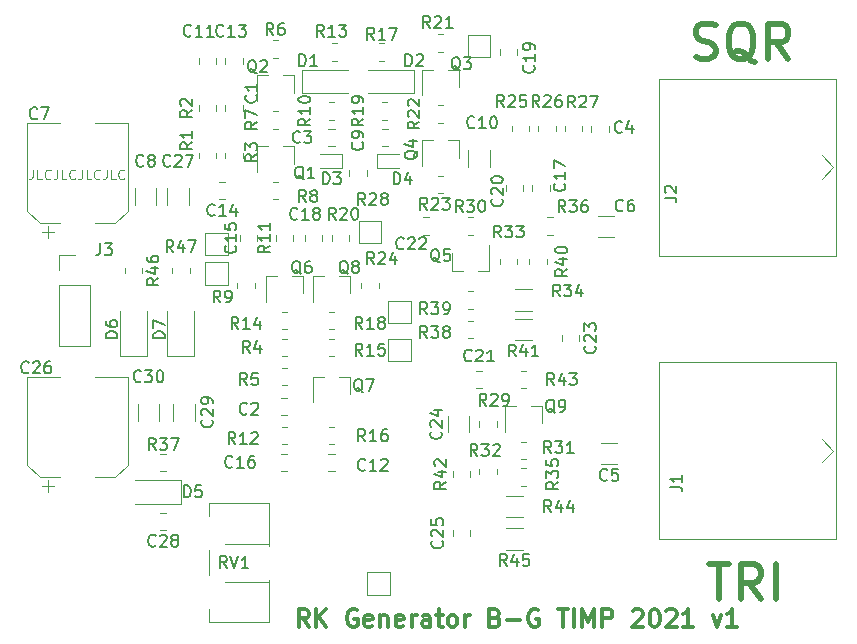
<source format=gbr>
%TF.GenerationSoftware,KiCad,Pcbnew,(5.1.9)-1*%
%TF.CreationDate,2021-05-17T20:36:20+02:00*%
%TF.ProjectId,TIMP_Bowes-Grebene,54494d50-5f42-46f7-9765-732d47726562,rev?*%
%TF.SameCoordinates,Original*%
%TF.FileFunction,Legend,Top*%
%TF.FilePolarity,Positive*%
%FSLAX46Y46*%
G04 Gerber Fmt 4.6, Leading zero omitted, Abs format (unit mm)*
G04 Created by KiCad (PCBNEW (5.1.9)-1) date 2021-05-17 20:36:20*
%MOMM*%
%LPD*%
G01*
G04 APERTURE LIST*
%ADD10C,0.040000*%
%ADD11C,0.300000*%
%ADD12C,0.500000*%
%ADD13C,0.120000*%
%ADD14C,0.150000*%
G04 APERTURE END LIST*
D10*
X86458571Y-84456428D02*
X86458571Y-85035000D01*
X86420000Y-85150714D01*
X86342857Y-85227857D01*
X86227142Y-85266428D01*
X86150000Y-85266428D01*
X87230000Y-85266428D02*
X86844285Y-85266428D01*
X86844285Y-84456428D01*
X87962857Y-85189285D02*
X87924285Y-85227857D01*
X87808571Y-85266428D01*
X87731428Y-85266428D01*
X87615714Y-85227857D01*
X87538571Y-85150714D01*
X87500000Y-85073571D01*
X87461428Y-84919285D01*
X87461428Y-84803571D01*
X87500000Y-84649285D01*
X87538571Y-84572142D01*
X87615714Y-84495000D01*
X87731428Y-84456428D01*
X87808571Y-84456428D01*
X87924285Y-84495000D01*
X87962857Y-84533571D01*
X88541428Y-84456428D02*
X88541428Y-85035000D01*
X88502857Y-85150714D01*
X88425714Y-85227857D01*
X88310000Y-85266428D01*
X88232857Y-85266428D01*
X89312857Y-85266428D02*
X88927142Y-85266428D01*
X88927142Y-84456428D01*
X90045714Y-85189285D02*
X90007142Y-85227857D01*
X89891428Y-85266428D01*
X89814285Y-85266428D01*
X89698571Y-85227857D01*
X89621428Y-85150714D01*
X89582857Y-85073571D01*
X89544285Y-84919285D01*
X89544285Y-84803571D01*
X89582857Y-84649285D01*
X89621428Y-84572142D01*
X89698571Y-84495000D01*
X89814285Y-84456428D01*
X89891428Y-84456428D01*
X90007142Y-84495000D01*
X90045714Y-84533571D01*
X90624285Y-84456428D02*
X90624285Y-85035000D01*
X90585714Y-85150714D01*
X90508571Y-85227857D01*
X90392857Y-85266428D01*
X90315714Y-85266428D01*
X91395714Y-85266428D02*
X91010000Y-85266428D01*
X91010000Y-84456428D01*
X92128571Y-85189285D02*
X92090000Y-85227857D01*
X91974285Y-85266428D01*
X91897142Y-85266428D01*
X91781428Y-85227857D01*
X91704285Y-85150714D01*
X91665714Y-85073571D01*
X91627142Y-84919285D01*
X91627142Y-84803571D01*
X91665714Y-84649285D01*
X91704285Y-84572142D01*
X91781428Y-84495000D01*
X91897142Y-84456428D01*
X91974285Y-84456428D01*
X92090000Y-84495000D01*
X92128571Y-84533571D01*
X92707142Y-84456428D02*
X92707142Y-85035000D01*
X92668571Y-85150714D01*
X92591428Y-85227857D01*
X92475714Y-85266428D01*
X92398571Y-85266428D01*
X93478571Y-85266428D02*
X93092857Y-85266428D01*
X93092857Y-84456428D01*
X94211428Y-85189285D02*
X94172857Y-85227857D01*
X94057142Y-85266428D01*
X93980000Y-85266428D01*
X93864285Y-85227857D01*
X93787142Y-85150714D01*
X93748571Y-85073571D01*
X93710000Y-84919285D01*
X93710000Y-84803571D01*
X93748571Y-84649285D01*
X93787142Y-84572142D01*
X93864285Y-84495000D01*
X93980000Y-84456428D01*
X94057142Y-84456428D01*
X94172857Y-84495000D01*
X94211428Y-84533571D01*
D11*
X109821428Y-123178571D02*
X109321428Y-122464285D01*
X108964285Y-123178571D02*
X108964285Y-121678571D01*
X109535714Y-121678571D01*
X109678571Y-121750000D01*
X109750000Y-121821428D01*
X109821428Y-121964285D01*
X109821428Y-122178571D01*
X109750000Y-122321428D01*
X109678571Y-122392857D01*
X109535714Y-122464285D01*
X108964285Y-122464285D01*
X110464285Y-123178571D02*
X110464285Y-121678571D01*
X111321428Y-123178571D02*
X110678571Y-122321428D01*
X111321428Y-121678571D02*
X110464285Y-122535714D01*
X113892857Y-121750000D02*
X113750000Y-121678571D01*
X113535714Y-121678571D01*
X113321428Y-121750000D01*
X113178571Y-121892857D01*
X113107142Y-122035714D01*
X113035714Y-122321428D01*
X113035714Y-122535714D01*
X113107142Y-122821428D01*
X113178571Y-122964285D01*
X113321428Y-123107142D01*
X113535714Y-123178571D01*
X113678571Y-123178571D01*
X113892857Y-123107142D01*
X113964285Y-123035714D01*
X113964285Y-122535714D01*
X113678571Y-122535714D01*
X115178571Y-123107142D02*
X115035714Y-123178571D01*
X114750000Y-123178571D01*
X114607142Y-123107142D01*
X114535714Y-122964285D01*
X114535714Y-122392857D01*
X114607142Y-122250000D01*
X114750000Y-122178571D01*
X115035714Y-122178571D01*
X115178571Y-122250000D01*
X115250000Y-122392857D01*
X115250000Y-122535714D01*
X114535714Y-122678571D01*
X115892857Y-122178571D02*
X115892857Y-123178571D01*
X115892857Y-122321428D02*
X115964285Y-122250000D01*
X116107142Y-122178571D01*
X116321428Y-122178571D01*
X116464285Y-122250000D01*
X116535714Y-122392857D01*
X116535714Y-123178571D01*
X117821428Y-123107142D02*
X117678571Y-123178571D01*
X117392857Y-123178571D01*
X117250000Y-123107142D01*
X117178571Y-122964285D01*
X117178571Y-122392857D01*
X117250000Y-122250000D01*
X117392857Y-122178571D01*
X117678571Y-122178571D01*
X117821428Y-122250000D01*
X117892857Y-122392857D01*
X117892857Y-122535714D01*
X117178571Y-122678571D01*
X118535714Y-123178571D02*
X118535714Y-122178571D01*
X118535714Y-122464285D02*
X118607142Y-122321428D01*
X118678571Y-122250000D01*
X118821428Y-122178571D01*
X118964285Y-122178571D01*
X120107142Y-123178571D02*
X120107142Y-122392857D01*
X120035714Y-122250000D01*
X119892857Y-122178571D01*
X119607142Y-122178571D01*
X119464285Y-122250000D01*
X120107142Y-123107142D02*
X119964285Y-123178571D01*
X119607142Y-123178571D01*
X119464285Y-123107142D01*
X119392857Y-122964285D01*
X119392857Y-122821428D01*
X119464285Y-122678571D01*
X119607142Y-122607142D01*
X119964285Y-122607142D01*
X120107142Y-122535714D01*
X120607142Y-122178571D02*
X121178571Y-122178571D01*
X120821428Y-121678571D02*
X120821428Y-122964285D01*
X120892857Y-123107142D01*
X121035714Y-123178571D01*
X121178571Y-123178571D01*
X121892857Y-123178571D02*
X121750000Y-123107142D01*
X121678571Y-123035714D01*
X121607142Y-122892857D01*
X121607142Y-122464285D01*
X121678571Y-122321428D01*
X121750000Y-122250000D01*
X121892857Y-122178571D01*
X122107142Y-122178571D01*
X122250000Y-122250000D01*
X122321428Y-122321428D01*
X122392857Y-122464285D01*
X122392857Y-122892857D01*
X122321428Y-123035714D01*
X122250000Y-123107142D01*
X122107142Y-123178571D01*
X121892857Y-123178571D01*
X123035714Y-123178571D02*
X123035714Y-122178571D01*
X123035714Y-122464285D02*
X123107142Y-122321428D01*
X123178571Y-122250000D01*
X123321428Y-122178571D01*
X123464285Y-122178571D01*
X125607142Y-122392857D02*
X125821428Y-122464285D01*
X125892857Y-122535714D01*
X125964285Y-122678571D01*
X125964285Y-122892857D01*
X125892857Y-123035714D01*
X125821428Y-123107142D01*
X125678571Y-123178571D01*
X125107142Y-123178571D01*
X125107142Y-121678571D01*
X125607142Y-121678571D01*
X125750000Y-121750000D01*
X125821428Y-121821428D01*
X125892857Y-121964285D01*
X125892857Y-122107142D01*
X125821428Y-122250000D01*
X125750000Y-122321428D01*
X125607142Y-122392857D01*
X125107142Y-122392857D01*
X126607142Y-122607142D02*
X127750000Y-122607142D01*
X129250000Y-121750000D02*
X129107142Y-121678571D01*
X128892857Y-121678571D01*
X128678571Y-121750000D01*
X128535714Y-121892857D01*
X128464285Y-122035714D01*
X128392857Y-122321428D01*
X128392857Y-122535714D01*
X128464285Y-122821428D01*
X128535714Y-122964285D01*
X128678571Y-123107142D01*
X128892857Y-123178571D01*
X129035714Y-123178571D01*
X129250000Y-123107142D01*
X129321428Y-123035714D01*
X129321428Y-122535714D01*
X129035714Y-122535714D01*
X130892857Y-121678571D02*
X131750000Y-121678571D01*
X131321428Y-123178571D02*
X131321428Y-121678571D01*
X132250000Y-123178571D02*
X132250000Y-121678571D01*
X132964285Y-123178571D02*
X132964285Y-121678571D01*
X133464285Y-122750000D01*
X133964285Y-121678571D01*
X133964285Y-123178571D01*
X134678571Y-123178571D02*
X134678571Y-121678571D01*
X135250000Y-121678571D01*
X135392857Y-121750000D01*
X135464285Y-121821428D01*
X135535714Y-121964285D01*
X135535714Y-122178571D01*
X135464285Y-122321428D01*
X135392857Y-122392857D01*
X135250000Y-122464285D01*
X134678571Y-122464285D01*
X137250000Y-121821428D02*
X137321428Y-121750000D01*
X137464285Y-121678571D01*
X137821428Y-121678571D01*
X137964285Y-121750000D01*
X138035714Y-121821428D01*
X138107142Y-121964285D01*
X138107142Y-122107142D01*
X138035714Y-122321428D01*
X137178571Y-123178571D01*
X138107142Y-123178571D01*
X139035714Y-121678571D02*
X139178571Y-121678571D01*
X139321428Y-121750000D01*
X139392857Y-121821428D01*
X139464285Y-121964285D01*
X139535714Y-122250000D01*
X139535714Y-122607142D01*
X139464285Y-122892857D01*
X139392857Y-123035714D01*
X139321428Y-123107142D01*
X139178571Y-123178571D01*
X139035714Y-123178571D01*
X138892857Y-123107142D01*
X138821428Y-123035714D01*
X138750000Y-122892857D01*
X138678571Y-122607142D01*
X138678571Y-122250000D01*
X138750000Y-121964285D01*
X138821428Y-121821428D01*
X138892857Y-121750000D01*
X139035714Y-121678571D01*
X140107142Y-121821428D02*
X140178571Y-121750000D01*
X140321428Y-121678571D01*
X140678571Y-121678571D01*
X140821428Y-121750000D01*
X140892857Y-121821428D01*
X140964285Y-121964285D01*
X140964285Y-122107142D01*
X140892857Y-122321428D01*
X140035714Y-123178571D01*
X140964285Y-123178571D01*
X142392857Y-123178571D02*
X141535714Y-123178571D01*
X141964285Y-123178571D02*
X141964285Y-121678571D01*
X141821428Y-121892857D01*
X141678571Y-122035714D01*
X141535714Y-122107142D01*
X144035714Y-122178571D02*
X144392857Y-123178571D01*
X144750000Y-122178571D01*
X146107142Y-123178571D02*
X145250000Y-123178571D01*
X145678571Y-123178571D02*
X145678571Y-121678571D01*
X145535714Y-121892857D01*
X145392857Y-122035714D01*
X145250000Y-122107142D01*
D12*
X143678571Y-117857142D02*
X145392857Y-117857142D01*
X144535714Y-120857142D02*
X144535714Y-117857142D01*
X148107142Y-120857142D02*
X147107142Y-119428571D01*
X146392857Y-120857142D02*
X146392857Y-117857142D01*
X147535714Y-117857142D01*
X147821428Y-118000000D01*
X147964285Y-118142857D01*
X148107142Y-118428571D01*
X148107142Y-118857142D01*
X147964285Y-119142857D01*
X147821428Y-119285714D01*
X147535714Y-119428571D01*
X146392857Y-119428571D01*
X149392857Y-120857142D02*
X149392857Y-117857142D01*
X142571428Y-74964285D02*
X143000000Y-75107142D01*
X143714285Y-75107142D01*
X144000000Y-74964285D01*
X144142857Y-74821428D01*
X144285714Y-74535714D01*
X144285714Y-74250000D01*
X144142857Y-73964285D01*
X144000000Y-73821428D01*
X143714285Y-73678571D01*
X143142857Y-73535714D01*
X142857142Y-73392857D01*
X142714285Y-73250000D01*
X142571428Y-72964285D01*
X142571428Y-72678571D01*
X142714285Y-72392857D01*
X142857142Y-72250000D01*
X143142857Y-72107142D01*
X143857142Y-72107142D01*
X144285714Y-72250000D01*
X147571428Y-75392857D02*
X147285714Y-75250000D01*
X147000000Y-74964285D01*
X146571428Y-74535714D01*
X146285714Y-74392857D01*
X146000000Y-74392857D01*
X146142857Y-75107142D02*
X145857142Y-74964285D01*
X145571428Y-74678571D01*
X145428571Y-74107142D01*
X145428571Y-73107142D01*
X145571428Y-72535714D01*
X145857142Y-72250000D01*
X146142857Y-72107142D01*
X146714285Y-72107142D01*
X147000000Y-72250000D01*
X147285714Y-72535714D01*
X147428571Y-73107142D01*
X147428571Y-74107142D01*
X147285714Y-74678571D01*
X147000000Y-74964285D01*
X146714285Y-75107142D01*
X146142857Y-75107142D01*
X150428571Y-75107142D02*
X149428571Y-73678571D01*
X148714285Y-75107142D02*
X148714285Y-72107142D01*
X149857142Y-72107142D01*
X150142857Y-72250000D01*
X150285714Y-72392857D01*
X150428571Y-72678571D01*
X150428571Y-73107142D01*
X150285714Y-73392857D01*
X150142857Y-73535714D01*
X149857142Y-73678571D01*
X148714285Y-73678571D01*
D13*
%TO.C,REF\u002A\u002A*%
X114800000Y-120450000D02*
X114800000Y-118550000D01*
X116700000Y-120450000D02*
X114800000Y-120450000D01*
X116700000Y-118550000D02*
X116700000Y-120450000D01*
X114800000Y-118550000D02*
X116700000Y-118550000D01*
X101050000Y-91700000D02*
X101050000Y-89800000D01*
X102950000Y-91700000D02*
X101050000Y-91700000D01*
X102950000Y-89800000D02*
X102950000Y-91700000D01*
X101050000Y-89800000D02*
X102950000Y-89800000D01*
X116550000Y-100700000D02*
X116550000Y-98800000D01*
X118450000Y-100700000D02*
X116550000Y-100700000D01*
X118450000Y-98800000D02*
X118450000Y-100700000D01*
X116550000Y-98800000D02*
X118450000Y-98800000D01*
X114050000Y-90700000D02*
X114050000Y-88800000D01*
X115950000Y-90700000D02*
X114050000Y-90700000D01*
X115950000Y-88800000D02*
X115950000Y-90700000D01*
X114050000Y-88800000D02*
X115950000Y-88800000D01*
X123300000Y-74950000D02*
X123300000Y-73050000D01*
X125200000Y-74950000D02*
X123300000Y-74950000D01*
X125200000Y-73050000D02*
X125200000Y-74950000D01*
X123300000Y-73050000D02*
X125200000Y-73050000D01*
X116550000Y-97450000D02*
X116550000Y-95550000D01*
X118450000Y-97450000D02*
X116550000Y-97450000D01*
X118450000Y-95550000D02*
X118450000Y-97450000D01*
X116550000Y-95550000D02*
X118450000Y-95550000D01*
X101050000Y-94200000D02*
X101050000Y-92300000D01*
X102950000Y-94200000D02*
X101050000Y-94200000D01*
X102950000Y-92300000D02*
X102950000Y-94200000D01*
X101050000Y-92300000D02*
X102950000Y-92300000D01*
%TO.C,R41*%
X128727064Y-98910000D02*
X127272936Y-98910000D01*
X128727064Y-97090000D02*
X127272936Y-97090000D01*
%TO.C,R40*%
X128515000Y-92477064D02*
X128515000Y-92022936D01*
X129985000Y-92477064D02*
X129985000Y-92022936D01*
%TO.C,R32*%
X125735000Y-109772936D02*
X125735000Y-110227064D01*
X124265000Y-109772936D02*
X124265000Y-110227064D01*
%TO.C,C1*%
X102765000Y-79511252D02*
X102765000Y-78988748D01*
X104235000Y-79511252D02*
X104235000Y-78988748D01*
%TO.C,C2*%
X108011252Y-105235000D02*
X107488748Y-105235000D01*
X108011252Y-103765000D02*
X107488748Y-103765000D01*
%TO.C,C3*%
X112011252Y-82485000D02*
X111488748Y-82485000D01*
X112011252Y-81015000D02*
X111488748Y-81015000D01*
%TO.C,C4*%
X133765000Y-80738748D02*
X133765000Y-81261252D01*
X135235000Y-80738748D02*
X135235000Y-81261252D01*
%TO.C,C5*%
X135961252Y-107590000D02*
X134538748Y-107590000D01*
X135961252Y-109410000D02*
X134538748Y-109410000D01*
%TO.C,C6*%
X135711252Y-90210000D02*
X134288748Y-90210000D01*
X135711252Y-88390000D02*
X134288748Y-88390000D01*
%TO.C,C7*%
X94510000Y-80490000D02*
X91760000Y-80490000D01*
X85990000Y-80490000D02*
X88740000Y-80490000D01*
X85990000Y-87945563D02*
X85990000Y-80490000D01*
X94510000Y-87945563D02*
X94510000Y-80490000D01*
X93445563Y-89010000D02*
X91760000Y-89010000D01*
X87054437Y-89010000D02*
X88740000Y-89010000D01*
X87054437Y-89010000D02*
X85990000Y-87945563D01*
X93445563Y-89010000D02*
X94510000Y-87945563D01*
X87740000Y-90250000D02*
X87740000Y-89250000D01*
X87240000Y-89750000D02*
X88240000Y-89750000D01*
%TO.C,C8*%
X96910000Y-86038748D02*
X96910000Y-87461252D01*
X95090000Y-86038748D02*
X95090000Y-87461252D01*
%TO.C,C9*%
X116511252Y-81015000D02*
X115988748Y-81015000D01*
X116511252Y-82485000D02*
X115988748Y-82485000D01*
%TO.C,C10*%
X125160000Y-84211252D02*
X125160000Y-82788748D01*
X123340000Y-84211252D02*
X123340000Y-82788748D01*
%TO.C,C11*%
X101985000Y-75511252D02*
X101985000Y-74988748D01*
X100515000Y-75511252D02*
X100515000Y-74988748D01*
%TO.C,C12*%
X111488748Y-109985000D02*
X112011252Y-109985000D01*
X111488748Y-108515000D02*
X112011252Y-108515000D01*
%TO.C,C13*%
X102765000Y-75511252D02*
X102765000Y-74988748D01*
X104235000Y-75511252D02*
X104235000Y-74988748D01*
%TO.C,C14*%
X102761252Y-86985000D02*
X102238748Y-86985000D01*
X102761252Y-85515000D02*
X102238748Y-85515000D01*
%TO.C,C15*%
X104015000Y-90511252D02*
X104015000Y-89988748D01*
X105485000Y-90511252D02*
X105485000Y-89988748D01*
%TO.C,C16*%
X107488748Y-108515000D02*
X108011252Y-108515000D01*
X107488748Y-109985000D02*
X108011252Y-109985000D01*
%TO.C,C17*%
X128765000Y-85738748D02*
X128765000Y-86261252D01*
X130235000Y-85738748D02*
X130235000Y-86261252D01*
%TO.C,C18*%
X109515000Y-89988748D02*
X109515000Y-90511252D01*
X110985000Y-89988748D02*
X110985000Y-90511252D01*
%TO.C,C19*%
X126015000Y-74238748D02*
X126015000Y-74761252D01*
X127485000Y-74238748D02*
X127485000Y-74761252D01*
%TO.C,C20*%
X127985000Y-85738748D02*
X127985000Y-86261252D01*
X126515000Y-85738748D02*
X126515000Y-86261252D01*
%TO.C,C21*%
X124511252Y-102985000D02*
X123988748Y-102985000D01*
X124511252Y-101515000D02*
X123988748Y-101515000D01*
%TO.C,C22*%
X120011252Y-88515000D02*
X119488748Y-88515000D01*
X120011252Y-89985000D02*
X119488748Y-89985000D01*
%TO.C,C23*%
X131265000Y-98488748D02*
X131265000Y-99011252D01*
X132735000Y-98488748D02*
X132735000Y-99011252D01*
%TO.C,C24*%
X123410000Y-106711252D02*
X123410000Y-105288748D01*
X121590000Y-106711252D02*
X121590000Y-105288748D01*
%TO.C,C25*%
X122015000Y-114988748D02*
X122015000Y-115511252D01*
X123485000Y-114988748D02*
X123485000Y-115511252D01*
%TO.C,C26*%
X87240000Y-111250000D02*
X88240000Y-111250000D01*
X87740000Y-111750000D02*
X87740000Y-110750000D01*
X93445563Y-110510000D02*
X94510000Y-109445563D01*
X87054437Y-110510000D02*
X85990000Y-109445563D01*
X87054437Y-110510000D02*
X88740000Y-110510000D01*
X93445563Y-110510000D02*
X91760000Y-110510000D01*
X94510000Y-109445563D02*
X94510000Y-101990000D01*
X85990000Y-109445563D02*
X85990000Y-101990000D01*
X85990000Y-101990000D02*
X88740000Y-101990000D01*
X94510000Y-101990000D02*
X91760000Y-101990000D01*
%TO.C,C27*%
X99660000Y-86038748D02*
X99660000Y-87461252D01*
X97840000Y-86038748D02*
X97840000Y-87461252D01*
%TO.C,C28*%
X97761252Y-114985000D02*
X97238748Y-114985000D01*
X97761252Y-113515000D02*
X97238748Y-113515000D01*
%TO.C,C29*%
X98340000Y-104288748D02*
X98340000Y-105711252D01*
X100160000Y-104288748D02*
X100160000Y-105711252D01*
%TO.C,C30*%
X97160000Y-104288748D02*
X97160000Y-105711252D01*
X95340000Y-104288748D02*
X95340000Y-105711252D01*
%TO.C,D1*%
X109250000Y-76000000D02*
X109250000Y-78000000D01*
X109250000Y-78000000D02*
X113150000Y-78000000D01*
X109250000Y-76000000D02*
X113150000Y-76000000D01*
%TO.C,D2*%
X118750000Y-78000000D02*
X114850000Y-78000000D01*
X118750000Y-76000000D02*
X114850000Y-76000000D01*
X118750000Y-78000000D02*
X118750000Y-76000000D01*
%TO.C,D3*%
X110800000Y-83150000D02*
X112650000Y-83150000D01*
X110800000Y-84350000D02*
X112650000Y-84350000D01*
X112650000Y-84350000D02*
X112650000Y-83150000D01*
%TO.C,D4*%
X115600000Y-83150000D02*
X115600000Y-84350000D01*
X117450000Y-83150000D02*
X115600000Y-83150000D01*
X117450000Y-84350000D02*
X115600000Y-84350000D01*
%TO.C,D5*%
X99000000Y-112750000D02*
X95100000Y-112750000D01*
X99000000Y-110750000D02*
X95100000Y-110750000D01*
X99000000Y-112750000D02*
X99000000Y-110750000D01*
%TO.C,D6*%
X93865000Y-96400000D02*
X93865000Y-100285000D01*
X93865000Y-100285000D02*
X96135000Y-100285000D01*
X96135000Y-100285000D02*
X96135000Y-96400000D01*
%TO.C,D7*%
X100135000Y-100285000D02*
X100135000Y-96400000D01*
X97865000Y-100285000D02*
X100135000Y-100285000D01*
X97865000Y-96400000D02*
X97865000Y-100285000D01*
%TO.C,J1*%
X154450000Y-100750000D02*
X154450000Y-115750000D01*
X154450000Y-115750000D02*
X139450000Y-115750000D01*
X139450000Y-115750000D02*
X139450000Y-100750000D01*
X139450000Y-100750000D02*
X154450000Y-100750000D01*
X154250000Y-108250000D02*
X153250000Y-107250000D01*
X154250000Y-108250000D02*
X153250000Y-109250000D01*
%TO.C,J2*%
X154250000Y-84250000D02*
X153250000Y-85250000D01*
X154250000Y-84250000D02*
X153250000Y-83250000D01*
X139450000Y-76750000D02*
X154450000Y-76750000D01*
X139450000Y-91750000D02*
X139450000Y-76750000D01*
X154450000Y-91750000D02*
X139450000Y-91750000D01*
X154450000Y-76750000D02*
X154450000Y-91750000D01*
%TO.C,J3*%
X88670000Y-91670000D02*
X90000000Y-91670000D01*
X88670000Y-93000000D02*
X88670000Y-91670000D01*
X88670000Y-94270000D02*
X91330000Y-94270000D01*
X91330000Y-94270000D02*
X91330000Y-99410000D01*
X88670000Y-94270000D02*
X88670000Y-99410000D01*
X88670000Y-99410000D02*
X91330000Y-99410000D01*
%TO.C,Q1*%
X108580000Y-82490000D02*
X108580000Y-83950000D01*
X105420000Y-82490000D02*
X105420000Y-84650000D01*
X105420000Y-82490000D02*
X106350000Y-82490000D01*
X108580000Y-82490000D02*
X107650000Y-82490000D01*
%TO.C,Q2*%
X108580000Y-76490000D02*
X108580000Y-77950000D01*
X105420000Y-76490000D02*
X105420000Y-78650000D01*
X105420000Y-76490000D02*
X106350000Y-76490000D01*
X108580000Y-76490000D02*
X107650000Y-76490000D01*
%TO.C,Q3*%
X122580000Y-75990000D02*
X121650000Y-75990000D01*
X119420000Y-75990000D02*
X120350000Y-75990000D01*
X119420000Y-75990000D02*
X119420000Y-78150000D01*
X122580000Y-75990000D02*
X122580000Y-77450000D01*
%TO.C,Q4*%
X122580000Y-81990000D02*
X121650000Y-81990000D01*
X119420000Y-81990000D02*
X120350000Y-81990000D01*
X119420000Y-81990000D02*
X119420000Y-84150000D01*
X122580000Y-81990000D02*
X122580000Y-83450000D01*
%TO.C,Q5*%
X121920000Y-93010000D02*
X121920000Y-91550000D01*
X125080000Y-93010000D02*
X125080000Y-90850000D01*
X125080000Y-93010000D02*
X124150000Y-93010000D01*
X121920000Y-93010000D02*
X122850000Y-93010000D01*
%TO.C,Q6*%
X109330000Y-93490000D02*
X109330000Y-94950000D01*
X106170000Y-93490000D02*
X106170000Y-95650000D01*
X106170000Y-93490000D02*
X107100000Y-93490000D01*
X109330000Y-93490000D02*
X108400000Y-93490000D01*
%TO.C,Q7*%
X113330000Y-101990000D02*
X113330000Y-103450000D01*
X110170000Y-101990000D02*
X110170000Y-104150000D01*
X110170000Y-101990000D02*
X111100000Y-101990000D01*
X113330000Y-101990000D02*
X112400000Y-101990000D01*
%TO.C,Q8*%
X113330000Y-93490000D02*
X112400000Y-93490000D01*
X110170000Y-93490000D02*
X111100000Y-93490000D01*
X110170000Y-93490000D02*
X110170000Y-95650000D01*
X113330000Y-93490000D02*
X113330000Y-94950000D01*
%TO.C,Q9*%
X129580000Y-104490000D02*
X128650000Y-104490000D01*
X126420000Y-104490000D02*
X127350000Y-104490000D01*
X126420000Y-104490000D02*
X126420000Y-106650000D01*
X129580000Y-104490000D02*
X129580000Y-105950000D01*
%TO.C,R1*%
X101985000Y-83022936D02*
X101985000Y-83477064D01*
X100515000Y-83022936D02*
X100515000Y-83477064D01*
%TO.C,R2*%
X100515000Y-79022936D02*
X100515000Y-79477064D01*
X101985000Y-79022936D02*
X101985000Y-79477064D01*
%TO.C,R3*%
X104235000Y-83477064D02*
X104235000Y-83022936D01*
X102765000Y-83477064D02*
X102765000Y-83022936D01*
%TO.C,R4*%
X107977064Y-98765000D02*
X107522936Y-98765000D01*
X107977064Y-100235000D02*
X107522936Y-100235000D01*
%TO.C,R5*%
X107522936Y-101265000D02*
X107977064Y-101265000D01*
X107522936Y-102735000D02*
X107977064Y-102735000D01*
%TO.C,R6*%
X106772936Y-73515000D02*
X107227064Y-73515000D01*
X106772936Y-74985000D02*
X107227064Y-74985000D01*
%TO.C,R7*%
X107227064Y-80985000D02*
X106772936Y-80985000D01*
X107227064Y-79515000D02*
X106772936Y-79515000D01*
%TO.C,R8*%
X106772936Y-86985000D02*
X107227064Y-86985000D01*
X106772936Y-85515000D02*
X107227064Y-85515000D01*
%TO.C,R9*%
X103765000Y-94477064D02*
X103765000Y-94022936D01*
X105235000Y-94477064D02*
X105235000Y-94022936D01*
%TO.C,R10*%
X111977064Y-80235000D02*
X111522936Y-80235000D01*
X111977064Y-78765000D02*
X111522936Y-78765000D01*
%TO.C,R11*%
X108485000Y-90477064D02*
X108485000Y-90022936D01*
X107015000Y-90477064D02*
X107015000Y-90022936D01*
%TO.C,R12*%
X107977064Y-106265000D02*
X107522936Y-106265000D01*
X107977064Y-107735000D02*
X107522936Y-107735000D01*
%TO.C,R13*%
X112227064Y-73765000D02*
X111772936Y-73765000D01*
X112227064Y-75235000D02*
X111772936Y-75235000D01*
%TO.C,R14*%
X107977064Y-96515000D02*
X107522936Y-96515000D01*
X107977064Y-97985000D02*
X107522936Y-97985000D01*
%TO.C,R15*%
X111522936Y-100235000D02*
X111977064Y-100235000D01*
X111522936Y-98765000D02*
X111977064Y-98765000D01*
%TO.C,R16*%
X111522936Y-106265000D02*
X111977064Y-106265000D01*
X111522936Y-107735000D02*
X111977064Y-107735000D01*
%TO.C,R17*%
X115772936Y-73765000D02*
X116227064Y-73765000D01*
X115772936Y-75235000D02*
X116227064Y-75235000D01*
%TO.C,R18*%
X111977064Y-97985000D02*
X111522936Y-97985000D01*
X111977064Y-96515000D02*
X111522936Y-96515000D01*
%TO.C,R19*%
X116477064Y-80235000D02*
X116022936Y-80235000D01*
X116477064Y-78765000D02*
X116022936Y-78765000D01*
%TO.C,R20*%
X113235000Y-90477064D02*
X113235000Y-90022936D01*
X111765000Y-90477064D02*
X111765000Y-90022936D01*
%TO.C,R21*%
X120772936Y-73015000D02*
X121227064Y-73015000D01*
X120772936Y-74485000D02*
X121227064Y-74485000D01*
%TO.C,R22*%
X120772936Y-80485000D02*
X121227064Y-80485000D01*
X120772936Y-79015000D02*
X121227064Y-79015000D01*
%TO.C,R23*%
X121227064Y-85015000D02*
X120772936Y-85015000D01*
X121227064Y-86485000D02*
X120772936Y-86485000D01*
%TO.C,R24*%
X114265000Y-94022936D02*
X114265000Y-94477064D01*
X115735000Y-94022936D02*
X115735000Y-94477064D01*
%TO.C,R25*%
X128485000Y-81227064D02*
X128485000Y-80772936D01*
X127015000Y-81227064D02*
X127015000Y-80772936D01*
%TO.C,R26*%
X129265000Y-81227064D02*
X129265000Y-80772936D01*
X130735000Y-81227064D02*
X130735000Y-80772936D01*
%TO.C,R27*%
X132985000Y-81227064D02*
X132985000Y-80772936D01*
X131515000Y-81227064D02*
X131515000Y-80772936D01*
%TO.C,R28*%
X113265000Y-84522936D02*
X113265000Y-84977064D01*
X114735000Y-84522936D02*
X114735000Y-84977064D01*
%TO.C,R29*%
X125735000Y-106227064D02*
X125735000Y-105772936D01*
X124265000Y-106227064D02*
X124265000Y-105772936D01*
%TO.C,R30*%
X123272936Y-88515000D02*
X123727064Y-88515000D01*
X123272936Y-89985000D02*
X123727064Y-89985000D01*
%TO.C,R31*%
X128227064Y-108985000D02*
X127772936Y-108985000D01*
X128227064Y-107515000D02*
X127772936Y-107515000D01*
%TO.C,R33*%
X126015000Y-92477064D02*
X126015000Y-92022936D01*
X127485000Y-92477064D02*
X127485000Y-92022936D01*
%TO.C,R34*%
X127272936Y-94590000D02*
X128727064Y-94590000D01*
X127272936Y-96410000D02*
X128727064Y-96410000D01*
%TO.C,R35*%
X128227064Y-109765000D02*
X127772936Y-109765000D01*
X128227064Y-111235000D02*
X127772936Y-111235000D01*
%TO.C,R36*%
X130022936Y-88515000D02*
X130477064Y-88515000D01*
X130022936Y-89985000D02*
X130477064Y-89985000D01*
%TO.C,R37*%
X97272936Y-108515000D02*
X97727064Y-108515000D01*
X97272936Y-109985000D02*
X97727064Y-109985000D01*
%TO.C,R38*%
X123272936Y-98735000D02*
X123727064Y-98735000D01*
X123272936Y-97265000D02*
X123727064Y-97265000D01*
%TO.C,R39*%
X123272936Y-94765000D02*
X123727064Y-94765000D01*
X123272936Y-96235000D02*
X123727064Y-96235000D01*
%TO.C,R42*%
X123485000Y-110022936D02*
X123485000Y-110477064D01*
X122015000Y-110022936D02*
X122015000Y-110477064D01*
%TO.C,R43*%
X127772936Y-101515000D02*
X128227064Y-101515000D01*
X127772936Y-102985000D02*
X128227064Y-102985000D01*
%TO.C,R44*%
X126522936Y-112090000D02*
X127977064Y-112090000D01*
X126522936Y-113910000D02*
X127977064Y-113910000D01*
%TO.C,R45*%
X127977064Y-114840000D02*
X126522936Y-114840000D01*
X127977064Y-116660000D02*
X126522936Y-116660000D01*
%TO.C,R46*%
X94265000Y-92772936D02*
X94265000Y-93227064D01*
X95735000Y-92772936D02*
X95735000Y-93227064D01*
%TO.C,R47*%
X99735000Y-92772936D02*
X99735000Y-93227064D01*
X98265000Y-92772936D02*
X98265000Y-93227064D01*
%TO.C,RV1*%
X106420000Y-119175000D02*
X106420000Y-119370000D01*
X106420000Y-116130000D02*
X106420000Y-116325000D01*
X101379000Y-116676000D02*
X101379000Y-118825000D01*
X102737000Y-119370000D02*
X106420000Y-119370000D01*
X102737000Y-116130000D02*
X106420000Y-116130000D01*
X101379000Y-116676000D02*
X101379000Y-118825000D01*
X101379000Y-112729000D02*
X101379000Y-113824000D01*
X101379000Y-121675000D02*
X101379000Y-122770000D01*
X106420000Y-119175000D02*
X106420000Y-122770000D01*
X106420000Y-112729000D02*
X106420000Y-116325000D01*
X101379000Y-122770000D02*
X106420000Y-122770000D01*
X101379000Y-112729000D02*
X106420000Y-112729000D01*
%TO.C,R41*%
D14*
X127357142Y-100272380D02*
X127023809Y-99796190D01*
X126785714Y-100272380D02*
X126785714Y-99272380D01*
X127166666Y-99272380D01*
X127261904Y-99320000D01*
X127309523Y-99367619D01*
X127357142Y-99462857D01*
X127357142Y-99605714D01*
X127309523Y-99700952D01*
X127261904Y-99748571D01*
X127166666Y-99796190D01*
X126785714Y-99796190D01*
X128214285Y-99605714D02*
X128214285Y-100272380D01*
X127976190Y-99224761D02*
X127738095Y-99939047D01*
X128357142Y-99939047D01*
X129261904Y-100272380D02*
X128690476Y-100272380D01*
X128976190Y-100272380D02*
X128976190Y-99272380D01*
X128880952Y-99415238D01*
X128785714Y-99510476D01*
X128690476Y-99558095D01*
%TO.C,R40*%
X131702380Y-92892857D02*
X131226190Y-93226190D01*
X131702380Y-93464285D02*
X130702380Y-93464285D01*
X130702380Y-93083333D01*
X130750000Y-92988095D01*
X130797619Y-92940476D01*
X130892857Y-92892857D01*
X131035714Y-92892857D01*
X131130952Y-92940476D01*
X131178571Y-92988095D01*
X131226190Y-93083333D01*
X131226190Y-93464285D01*
X131035714Y-92035714D02*
X131702380Y-92035714D01*
X130654761Y-92273809D02*
X131369047Y-92511904D01*
X131369047Y-91892857D01*
X130702380Y-91321428D02*
X130702380Y-91226190D01*
X130750000Y-91130952D01*
X130797619Y-91083333D01*
X130892857Y-91035714D01*
X131083333Y-90988095D01*
X131321428Y-90988095D01*
X131511904Y-91035714D01*
X131607142Y-91083333D01*
X131654761Y-91130952D01*
X131702380Y-91226190D01*
X131702380Y-91321428D01*
X131654761Y-91416666D01*
X131607142Y-91464285D01*
X131511904Y-91511904D01*
X131321428Y-91559523D01*
X131083333Y-91559523D01*
X130892857Y-91511904D01*
X130797619Y-91464285D01*
X130750000Y-91416666D01*
X130702380Y-91321428D01*
%TO.C,R32*%
X124107142Y-108702380D02*
X123773809Y-108226190D01*
X123535714Y-108702380D02*
X123535714Y-107702380D01*
X123916666Y-107702380D01*
X124011904Y-107750000D01*
X124059523Y-107797619D01*
X124107142Y-107892857D01*
X124107142Y-108035714D01*
X124059523Y-108130952D01*
X124011904Y-108178571D01*
X123916666Y-108226190D01*
X123535714Y-108226190D01*
X124440476Y-107702380D02*
X125059523Y-107702380D01*
X124726190Y-108083333D01*
X124869047Y-108083333D01*
X124964285Y-108130952D01*
X125011904Y-108178571D01*
X125059523Y-108273809D01*
X125059523Y-108511904D01*
X125011904Y-108607142D01*
X124964285Y-108654761D01*
X124869047Y-108702380D01*
X124583333Y-108702380D01*
X124488095Y-108654761D01*
X124440476Y-108607142D01*
X125440476Y-107797619D02*
X125488095Y-107750000D01*
X125583333Y-107702380D01*
X125821428Y-107702380D01*
X125916666Y-107750000D01*
X125964285Y-107797619D01*
X126011904Y-107892857D01*
X126011904Y-107988095D01*
X125964285Y-108130952D01*
X125392857Y-108702380D01*
X126011904Y-108702380D01*
%TO.C,C1*%
X105357142Y-78166666D02*
X105404761Y-78214285D01*
X105452380Y-78357142D01*
X105452380Y-78452380D01*
X105404761Y-78595238D01*
X105309523Y-78690476D01*
X105214285Y-78738095D01*
X105023809Y-78785714D01*
X104880952Y-78785714D01*
X104690476Y-78738095D01*
X104595238Y-78690476D01*
X104500000Y-78595238D01*
X104452380Y-78452380D01*
X104452380Y-78357142D01*
X104500000Y-78214285D01*
X104547619Y-78166666D01*
X105452380Y-77214285D02*
X105452380Y-77785714D01*
X105452380Y-77500000D02*
X104452380Y-77500000D01*
X104595238Y-77595238D01*
X104690476Y-77690476D01*
X104738095Y-77785714D01*
%TO.C,C2*%
X104583333Y-105107142D02*
X104535714Y-105154761D01*
X104392857Y-105202380D01*
X104297619Y-105202380D01*
X104154761Y-105154761D01*
X104059523Y-105059523D01*
X104011904Y-104964285D01*
X103964285Y-104773809D01*
X103964285Y-104630952D01*
X104011904Y-104440476D01*
X104059523Y-104345238D01*
X104154761Y-104250000D01*
X104297619Y-104202380D01*
X104392857Y-104202380D01*
X104535714Y-104250000D01*
X104583333Y-104297619D01*
X104964285Y-104297619D02*
X105011904Y-104250000D01*
X105107142Y-104202380D01*
X105345238Y-104202380D01*
X105440476Y-104250000D01*
X105488095Y-104297619D01*
X105535714Y-104392857D01*
X105535714Y-104488095D01*
X105488095Y-104630952D01*
X104916666Y-105202380D01*
X105535714Y-105202380D01*
%TO.C,C3*%
X109083333Y-82107142D02*
X109035714Y-82154761D01*
X108892857Y-82202380D01*
X108797619Y-82202380D01*
X108654761Y-82154761D01*
X108559523Y-82059523D01*
X108511904Y-81964285D01*
X108464285Y-81773809D01*
X108464285Y-81630952D01*
X108511904Y-81440476D01*
X108559523Y-81345238D01*
X108654761Y-81250000D01*
X108797619Y-81202380D01*
X108892857Y-81202380D01*
X109035714Y-81250000D01*
X109083333Y-81297619D01*
X109416666Y-81202380D02*
X110035714Y-81202380D01*
X109702380Y-81583333D01*
X109845238Y-81583333D01*
X109940476Y-81630952D01*
X109988095Y-81678571D01*
X110035714Y-81773809D01*
X110035714Y-82011904D01*
X109988095Y-82107142D01*
X109940476Y-82154761D01*
X109845238Y-82202380D01*
X109559523Y-82202380D01*
X109464285Y-82154761D01*
X109416666Y-82107142D01*
%TO.C,C4*%
X136333333Y-81257142D02*
X136285714Y-81304761D01*
X136142857Y-81352380D01*
X136047619Y-81352380D01*
X135904761Y-81304761D01*
X135809523Y-81209523D01*
X135761904Y-81114285D01*
X135714285Y-80923809D01*
X135714285Y-80780952D01*
X135761904Y-80590476D01*
X135809523Y-80495238D01*
X135904761Y-80400000D01*
X136047619Y-80352380D01*
X136142857Y-80352380D01*
X136285714Y-80400000D01*
X136333333Y-80447619D01*
X137190476Y-80685714D02*
X137190476Y-81352380D01*
X136952380Y-80304761D02*
X136714285Y-81019047D01*
X137333333Y-81019047D01*
%TO.C,C5*%
X135083333Y-110707142D02*
X135035714Y-110754761D01*
X134892857Y-110802380D01*
X134797619Y-110802380D01*
X134654761Y-110754761D01*
X134559523Y-110659523D01*
X134511904Y-110564285D01*
X134464285Y-110373809D01*
X134464285Y-110230952D01*
X134511904Y-110040476D01*
X134559523Y-109945238D01*
X134654761Y-109850000D01*
X134797619Y-109802380D01*
X134892857Y-109802380D01*
X135035714Y-109850000D01*
X135083333Y-109897619D01*
X135988095Y-109802380D02*
X135511904Y-109802380D01*
X135464285Y-110278571D01*
X135511904Y-110230952D01*
X135607142Y-110183333D01*
X135845238Y-110183333D01*
X135940476Y-110230952D01*
X135988095Y-110278571D01*
X136035714Y-110373809D01*
X136035714Y-110611904D01*
X135988095Y-110707142D01*
X135940476Y-110754761D01*
X135845238Y-110802380D01*
X135607142Y-110802380D01*
X135511904Y-110754761D01*
X135464285Y-110707142D01*
%TO.C,C6*%
X136433333Y-87907142D02*
X136385714Y-87954761D01*
X136242857Y-88002380D01*
X136147619Y-88002380D01*
X136004761Y-87954761D01*
X135909523Y-87859523D01*
X135861904Y-87764285D01*
X135814285Y-87573809D01*
X135814285Y-87430952D01*
X135861904Y-87240476D01*
X135909523Y-87145238D01*
X136004761Y-87050000D01*
X136147619Y-87002380D01*
X136242857Y-87002380D01*
X136385714Y-87050000D01*
X136433333Y-87097619D01*
X137290476Y-87002380D02*
X137100000Y-87002380D01*
X137004761Y-87050000D01*
X136957142Y-87097619D01*
X136861904Y-87240476D01*
X136814285Y-87430952D01*
X136814285Y-87811904D01*
X136861904Y-87907142D01*
X136909523Y-87954761D01*
X137004761Y-88002380D01*
X137195238Y-88002380D01*
X137290476Y-87954761D01*
X137338095Y-87907142D01*
X137385714Y-87811904D01*
X137385714Y-87573809D01*
X137338095Y-87478571D01*
X137290476Y-87430952D01*
X137195238Y-87383333D01*
X137004761Y-87383333D01*
X136909523Y-87430952D01*
X136861904Y-87478571D01*
X136814285Y-87573809D01*
%TO.C,C7*%
X86833333Y-80107142D02*
X86785714Y-80154761D01*
X86642857Y-80202380D01*
X86547619Y-80202380D01*
X86404761Y-80154761D01*
X86309523Y-80059523D01*
X86261904Y-79964285D01*
X86214285Y-79773809D01*
X86214285Y-79630952D01*
X86261904Y-79440476D01*
X86309523Y-79345238D01*
X86404761Y-79250000D01*
X86547619Y-79202380D01*
X86642857Y-79202380D01*
X86785714Y-79250000D01*
X86833333Y-79297619D01*
X87166666Y-79202380D02*
X87833333Y-79202380D01*
X87404761Y-80202380D01*
%TO.C,C8*%
X95833333Y-84107142D02*
X95785714Y-84154761D01*
X95642857Y-84202380D01*
X95547619Y-84202380D01*
X95404761Y-84154761D01*
X95309523Y-84059523D01*
X95261904Y-83964285D01*
X95214285Y-83773809D01*
X95214285Y-83630952D01*
X95261904Y-83440476D01*
X95309523Y-83345238D01*
X95404761Y-83250000D01*
X95547619Y-83202380D01*
X95642857Y-83202380D01*
X95785714Y-83250000D01*
X95833333Y-83297619D01*
X96404761Y-83630952D02*
X96309523Y-83583333D01*
X96261904Y-83535714D01*
X96214285Y-83440476D01*
X96214285Y-83392857D01*
X96261904Y-83297619D01*
X96309523Y-83250000D01*
X96404761Y-83202380D01*
X96595238Y-83202380D01*
X96690476Y-83250000D01*
X96738095Y-83297619D01*
X96785714Y-83392857D01*
X96785714Y-83440476D01*
X96738095Y-83535714D01*
X96690476Y-83583333D01*
X96595238Y-83630952D01*
X96404761Y-83630952D01*
X96309523Y-83678571D01*
X96261904Y-83726190D01*
X96214285Y-83821428D01*
X96214285Y-84011904D01*
X96261904Y-84107142D01*
X96309523Y-84154761D01*
X96404761Y-84202380D01*
X96595238Y-84202380D01*
X96690476Y-84154761D01*
X96738095Y-84107142D01*
X96785714Y-84011904D01*
X96785714Y-83821428D01*
X96738095Y-83726190D01*
X96690476Y-83678571D01*
X96595238Y-83630952D01*
%TO.C,C9*%
X114357142Y-82166666D02*
X114404761Y-82214285D01*
X114452380Y-82357142D01*
X114452380Y-82452380D01*
X114404761Y-82595238D01*
X114309523Y-82690476D01*
X114214285Y-82738095D01*
X114023809Y-82785714D01*
X113880952Y-82785714D01*
X113690476Y-82738095D01*
X113595238Y-82690476D01*
X113500000Y-82595238D01*
X113452380Y-82452380D01*
X113452380Y-82357142D01*
X113500000Y-82214285D01*
X113547619Y-82166666D01*
X114452380Y-81690476D02*
X114452380Y-81500000D01*
X114404761Y-81404761D01*
X114357142Y-81357142D01*
X114214285Y-81261904D01*
X114023809Y-81214285D01*
X113642857Y-81214285D01*
X113547619Y-81261904D01*
X113500000Y-81309523D01*
X113452380Y-81404761D01*
X113452380Y-81595238D01*
X113500000Y-81690476D01*
X113547619Y-81738095D01*
X113642857Y-81785714D01*
X113880952Y-81785714D01*
X113976190Y-81738095D01*
X114023809Y-81690476D01*
X114071428Y-81595238D01*
X114071428Y-81404761D01*
X114023809Y-81309523D01*
X113976190Y-81261904D01*
X113880952Y-81214285D01*
%TO.C,C10*%
X123857142Y-80857142D02*
X123809523Y-80904761D01*
X123666666Y-80952380D01*
X123571428Y-80952380D01*
X123428571Y-80904761D01*
X123333333Y-80809523D01*
X123285714Y-80714285D01*
X123238095Y-80523809D01*
X123238095Y-80380952D01*
X123285714Y-80190476D01*
X123333333Y-80095238D01*
X123428571Y-80000000D01*
X123571428Y-79952380D01*
X123666666Y-79952380D01*
X123809523Y-80000000D01*
X123857142Y-80047619D01*
X124809523Y-80952380D02*
X124238095Y-80952380D01*
X124523809Y-80952380D02*
X124523809Y-79952380D01*
X124428571Y-80095238D01*
X124333333Y-80190476D01*
X124238095Y-80238095D01*
X125428571Y-79952380D02*
X125523809Y-79952380D01*
X125619047Y-80000000D01*
X125666666Y-80047619D01*
X125714285Y-80142857D01*
X125761904Y-80333333D01*
X125761904Y-80571428D01*
X125714285Y-80761904D01*
X125666666Y-80857142D01*
X125619047Y-80904761D01*
X125523809Y-80952380D01*
X125428571Y-80952380D01*
X125333333Y-80904761D01*
X125285714Y-80857142D01*
X125238095Y-80761904D01*
X125190476Y-80571428D01*
X125190476Y-80333333D01*
X125238095Y-80142857D01*
X125285714Y-80047619D01*
X125333333Y-80000000D01*
X125428571Y-79952380D01*
%TO.C,C11*%
X99857142Y-73107142D02*
X99809523Y-73154761D01*
X99666666Y-73202380D01*
X99571428Y-73202380D01*
X99428571Y-73154761D01*
X99333333Y-73059523D01*
X99285714Y-72964285D01*
X99238095Y-72773809D01*
X99238095Y-72630952D01*
X99285714Y-72440476D01*
X99333333Y-72345238D01*
X99428571Y-72250000D01*
X99571428Y-72202380D01*
X99666666Y-72202380D01*
X99809523Y-72250000D01*
X99857142Y-72297619D01*
X100809523Y-73202380D02*
X100238095Y-73202380D01*
X100523809Y-73202380D02*
X100523809Y-72202380D01*
X100428571Y-72345238D01*
X100333333Y-72440476D01*
X100238095Y-72488095D01*
X101761904Y-73202380D02*
X101190476Y-73202380D01*
X101476190Y-73202380D02*
X101476190Y-72202380D01*
X101380952Y-72345238D01*
X101285714Y-72440476D01*
X101190476Y-72488095D01*
%TO.C,C12*%
X114607142Y-109857142D02*
X114559523Y-109904761D01*
X114416666Y-109952380D01*
X114321428Y-109952380D01*
X114178571Y-109904761D01*
X114083333Y-109809523D01*
X114035714Y-109714285D01*
X113988095Y-109523809D01*
X113988095Y-109380952D01*
X114035714Y-109190476D01*
X114083333Y-109095238D01*
X114178571Y-109000000D01*
X114321428Y-108952380D01*
X114416666Y-108952380D01*
X114559523Y-109000000D01*
X114607142Y-109047619D01*
X115559523Y-109952380D02*
X114988095Y-109952380D01*
X115273809Y-109952380D02*
X115273809Y-108952380D01*
X115178571Y-109095238D01*
X115083333Y-109190476D01*
X114988095Y-109238095D01*
X115940476Y-109047619D02*
X115988095Y-109000000D01*
X116083333Y-108952380D01*
X116321428Y-108952380D01*
X116416666Y-109000000D01*
X116464285Y-109047619D01*
X116511904Y-109142857D01*
X116511904Y-109238095D01*
X116464285Y-109380952D01*
X115892857Y-109952380D01*
X116511904Y-109952380D01*
%TO.C,C13*%
X102607142Y-73107142D02*
X102559523Y-73154761D01*
X102416666Y-73202380D01*
X102321428Y-73202380D01*
X102178571Y-73154761D01*
X102083333Y-73059523D01*
X102035714Y-72964285D01*
X101988095Y-72773809D01*
X101988095Y-72630952D01*
X102035714Y-72440476D01*
X102083333Y-72345238D01*
X102178571Y-72250000D01*
X102321428Y-72202380D01*
X102416666Y-72202380D01*
X102559523Y-72250000D01*
X102607142Y-72297619D01*
X103559523Y-73202380D02*
X102988095Y-73202380D01*
X103273809Y-73202380D02*
X103273809Y-72202380D01*
X103178571Y-72345238D01*
X103083333Y-72440476D01*
X102988095Y-72488095D01*
X103892857Y-72202380D02*
X104511904Y-72202380D01*
X104178571Y-72583333D01*
X104321428Y-72583333D01*
X104416666Y-72630952D01*
X104464285Y-72678571D01*
X104511904Y-72773809D01*
X104511904Y-73011904D01*
X104464285Y-73107142D01*
X104416666Y-73154761D01*
X104321428Y-73202380D01*
X104035714Y-73202380D01*
X103940476Y-73154761D01*
X103892857Y-73107142D01*
%TO.C,C14*%
X101857142Y-88287142D02*
X101809523Y-88334761D01*
X101666666Y-88382380D01*
X101571428Y-88382380D01*
X101428571Y-88334761D01*
X101333333Y-88239523D01*
X101285714Y-88144285D01*
X101238095Y-87953809D01*
X101238095Y-87810952D01*
X101285714Y-87620476D01*
X101333333Y-87525238D01*
X101428571Y-87430000D01*
X101571428Y-87382380D01*
X101666666Y-87382380D01*
X101809523Y-87430000D01*
X101857142Y-87477619D01*
X102809523Y-88382380D02*
X102238095Y-88382380D01*
X102523809Y-88382380D02*
X102523809Y-87382380D01*
X102428571Y-87525238D01*
X102333333Y-87620476D01*
X102238095Y-87668095D01*
X103666666Y-87715714D02*
X103666666Y-88382380D01*
X103428571Y-87334761D02*
X103190476Y-88049047D01*
X103809523Y-88049047D01*
%TO.C,C15*%
X103607142Y-90892857D02*
X103654761Y-90940476D01*
X103702380Y-91083333D01*
X103702380Y-91178571D01*
X103654761Y-91321428D01*
X103559523Y-91416666D01*
X103464285Y-91464285D01*
X103273809Y-91511904D01*
X103130952Y-91511904D01*
X102940476Y-91464285D01*
X102845238Y-91416666D01*
X102750000Y-91321428D01*
X102702380Y-91178571D01*
X102702380Y-91083333D01*
X102750000Y-90940476D01*
X102797619Y-90892857D01*
X103702380Y-89940476D02*
X103702380Y-90511904D01*
X103702380Y-90226190D02*
X102702380Y-90226190D01*
X102845238Y-90321428D01*
X102940476Y-90416666D01*
X102988095Y-90511904D01*
X102702380Y-89035714D02*
X102702380Y-89511904D01*
X103178571Y-89559523D01*
X103130952Y-89511904D01*
X103083333Y-89416666D01*
X103083333Y-89178571D01*
X103130952Y-89083333D01*
X103178571Y-89035714D01*
X103273809Y-88988095D01*
X103511904Y-88988095D01*
X103607142Y-89035714D01*
X103654761Y-89083333D01*
X103702380Y-89178571D01*
X103702380Y-89416666D01*
X103654761Y-89511904D01*
X103607142Y-89559523D01*
%TO.C,C16*%
X103357142Y-109607142D02*
X103309523Y-109654761D01*
X103166666Y-109702380D01*
X103071428Y-109702380D01*
X102928571Y-109654761D01*
X102833333Y-109559523D01*
X102785714Y-109464285D01*
X102738095Y-109273809D01*
X102738095Y-109130952D01*
X102785714Y-108940476D01*
X102833333Y-108845238D01*
X102928571Y-108750000D01*
X103071428Y-108702380D01*
X103166666Y-108702380D01*
X103309523Y-108750000D01*
X103357142Y-108797619D01*
X104309523Y-109702380D02*
X103738095Y-109702380D01*
X104023809Y-109702380D02*
X104023809Y-108702380D01*
X103928571Y-108845238D01*
X103833333Y-108940476D01*
X103738095Y-108988095D01*
X105166666Y-108702380D02*
X104976190Y-108702380D01*
X104880952Y-108750000D01*
X104833333Y-108797619D01*
X104738095Y-108940476D01*
X104690476Y-109130952D01*
X104690476Y-109511904D01*
X104738095Y-109607142D01*
X104785714Y-109654761D01*
X104880952Y-109702380D01*
X105071428Y-109702380D01*
X105166666Y-109654761D01*
X105214285Y-109607142D01*
X105261904Y-109511904D01*
X105261904Y-109273809D01*
X105214285Y-109178571D01*
X105166666Y-109130952D01*
X105071428Y-109083333D01*
X104880952Y-109083333D01*
X104785714Y-109130952D01*
X104738095Y-109178571D01*
X104690476Y-109273809D01*
%TO.C,C17*%
X131457142Y-85642857D02*
X131504761Y-85690476D01*
X131552380Y-85833333D01*
X131552380Y-85928571D01*
X131504761Y-86071428D01*
X131409523Y-86166666D01*
X131314285Y-86214285D01*
X131123809Y-86261904D01*
X130980952Y-86261904D01*
X130790476Y-86214285D01*
X130695238Y-86166666D01*
X130600000Y-86071428D01*
X130552380Y-85928571D01*
X130552380Y-85833333D01*
X130600000Y-85690476D01*
X130647619Y-85642857D01*
X131552380Y-84690476D02*
X131552380Y-85261904D01*
X131552380Y-84976190D02*
X130552380Y-84976190D01*
X130695238Y-85071428D01*
X130790476Y-85166666D01*
X130838095Y-85261904D01*
X130552380Y-84357142D02*
X130552380Y-83690476D01*
X131552380Y-84119047D01*
%TO.C,C18*%
X108857142Y-88607142D02*
X108809523Y-88654761D01*
X108666666Y-88702380D01*
X108571428Y-88702380D01*
X108428571Y-88654761D01*
X108333333Y-88559523D01*
X108285714Y-88464285D01*
X108238095Y-88273809D01*
X108238095Y-88130952D01*
X108285714Y-87940476D01*
X108333333Y-87845238D01*
X108428571Y-87750000D01*
X108571428Y-87702380D01*
X108666666Y-87702380D01*
X108809523Y-87750000D01*
X108857142Y-87797619D01*
X109809523Y-88702380D02*
X109238095Y-88702380D01*
X109523809Y-88702380D02*
X109523809Y-87702380D01*
X109428571Y-87845238D01*
X109333333Y-87940476D01*
X109238095Y-87988095D01*
X110380952Y-88130952D02*
X110285714Y-88083333D01*
X110238095Y-88035714D01*
X110190476Y-87940476D01*
X110190476Y-87892857D01*
X110238095Y-87797619D01*
X110285714Y-87750000D01*
X110380952Y-87702380D01*
X110571428Y-87702380D01*
X110666666Y-87750000D01*
X110714285Y-87797619D01*
X110761904Y-87892857D01*
X110761904Y-87940476D01*
X110714285Y-88035714D01*
X110666666Y-88083333D01*
X110571428Y-88130952D01*
X110380952Y-88130952D01*
X110285714Y-88178571D01*
X110238095Y-88226190D01*
X110190476Y-88321428D01*
X110190476Y-88511904D01*
X110238095Y-88607142D01*
X110285714Y-88654761D01*
X110380952Y-88702380D01*
X110571428Y-88702380D01*
X110666666Y-88654761D01*
X110714285Y-88607142D01*
X110761904Y-88511904D01*
X110761904Y-88321428D01*
X110714285Y-88226190D01*
X110666666Y-88178571D01*
X110571428Y-88130952D01*
%TO.C,C19*%
X128857142Y-75642857D02*
X128904761Y-75690476D01*
X128952380Y-75833333D01*
X128952380Y-75928571D01*
X128904761Y-76071428D01*
X128809523Y-76166666D01*
X128714285Y-76214285D01*
X128523809Y-76261904D01*
X128380952Y-76261904D01*
X128190476Y-76214285D01*
X128095238Y-76166666D01*
X128000000Y-76071428D01*
X127952380Y-75928571D01*
X127952380Y-75833333D01*
X128000000Y-75690476D01*
X128047619Y-75642857D01*
X128952380Y-74690476D02*
X128952380Y-75261904D01*
X128952380Y-74976190D02*
X127952380Y-74976190D01*
X128095238Y-75071428D01*
X128190476Y-75166666D01*
X128238095Y-75261904D01*
X128952380Y-74214285D02*
X128952380Y-74023809D01*
X128904761Y-73928571D01*
X128857142Y-73880952D01*
X128714285Y-73785714D01*
X128523809Y-73738095D01*
X128142857Y-73738095D01*
X128047619Y-73785714D01*
X128000000Y-73833333D01*
X127952380Y-73928571D01*
X127952380Y-74119047D01*
X128000000Y-74214285D01*
X128047619Y-74261904D01*
X128142857Y-74309523D01*
X128380952Y-74309523D01*
X128476190Y-74261904D01*
X128523809Y-74214285D01*
X128571428Y-74119047D01*
X128571428Y-73928571D01*
X128523809Y-73833333D01*
X128476190Y-73785714D01*
X128380952Y-73738095D01*
%TO.C,C20*%
X126157142Y-86942857D02*
X126204761Y-86990476D01*
X126252380Y-87133333D01*
X126252380Y-87228571D01*
X126204761Y-87371428D01*
X126109523Y-87466666D01*
X126014285Y-87514285D01*
X125823809Y-87561904D01*
X125680952Y-87561904D01*
X125490476Y-87514285D01*
X125395238Y-87466666D01*
X125300000Y-87371428D01*
X125252380Y-87228571D01*
X125252380Y-87133333D01*
X125300000Y-86990476D01*
X125347619Y-86942857D01*
X125347619Y-86561904D02*
X125300000Y-86514285D01*
X125252380Y-86419047D01*
X125252380Y-86180952D01*
X125300000Y-86085714D01*
X125347619Y-86038095D01*
X125442857Y-85990476D01*
X125538095Y-85990476D01*
X125680952Y-86038095D01*
X126252380Y-86609523D01*
X126252380Y-85990476D01*
X125252380Y-85371428D02*
X125252380Y-85276190D01*
X125300000Y-85180952D01*
X125347619Y-85133333D01*
X125442857Y-85085714D01*
X125633333Y-85038095D01*
X125871428Y-85038095D01*
X126061904Y-85085714D01*
X126157142Y-85133333D01*
X126204761Y-85180952D01*
X126252380Y-85276190D01*
X126252380Y-85371428D01*
X126204761Y-85466666D01*
X126157142Y-85514285D01*
X126061904Y-85561904D01*
X125871428Y-85609523D01*
X125633333Y-85609523D01*
X125442857Y-85561904D01*
X125347619Y-85514285D01*
X125300000Y-85466666D01*
X125252380Y-85371428D01*
%TO.C,C21*%
X123607142Y-100607142D02*
X123559523Y-100654761D01*
X123416666Y-100702380D01*
X123321428Y-100702380D01*
X123178571Y-100654761D01*
X123083333Y-100559523D01*
X123035714Y-100464285D01*
X122988095Y-100273809D01*
X122988095Y-100130952D01*
X123035714Y-99940476D01*
X123083333Y-99845238D01*
X123178571Y-99750000D01*
X123321428Y-99702380D01*
X123416666Y-99702380D01*
X123559523Y-99750000D01*
X123607142Y-99797619D01*
X123988095Y-99797619D02*
X124035714Y-99750000D01*
X124130952Y-99702380D01*
X124369047Y-99702380D01*
X124464285Y-99750000D01*
X124511904Y-99797619D01*
X124559523Y-99892857D01*
X124559523Y-99988095D01*
X124511904Y-100130952D01*
X123940476Y-100702380D01*
X124559523Y-100702380D01*
X125511904Y-100702380D02*
X124940476Y-100702380D01*
X125226190Y-100702380D02*
X125226190Y-99702380D01*
X125130952Y-99845238D01*
X125035714Y-99940476D01*
X124940476Y-99988095D01*
%TO.C,C22*%
X117857142Y-91107142D02*
X117809523Y-91154761D01*
X117666666Y-91202380D01*
X117571428Y-91202380D01*
X117428571Y-91154761D01*
X117333333Y-91059523D01*
X117285714Y-90964285D01*
X117238095Y-90773809D01*
X117238095Y-90630952D01*
X117285714Y-90440476D01*
X117333333Y-90345238D01*
X117428571Y-90250000D01*
X117571428Y-90202380D01*
X117666666Y-90202380D01*
X117809523Y-90250000D01*
X117857142Y-90297619D01*
X118238095Y-90297619D02*
X118285714Y-90250000D01*
X118380952Y-90202380D01*
X118619047Y-90202380D01*
X118714285Y-90250000D01*
X118761904Y-90297619D01*
X118809523Y-90392857D01*
X118809523Y-90488095D01*
X118761904Y-90630952D01*
X118190476Y-91202380D01*
X118809523Y-91202380D01*
X119190476Y-90297619D02*
X119238095Y-90250000D01*
X119333333Y-90202380D01*
X119571428Y-90202380D01*
X119666666Y-90250000D01*
X119714285Y-90297619D01*
X119761904Y-90392857D01*
X119761904Y-90488095D01*
X119714285Y-90630952D01*
X119142857Y-91202380D01*
X119761904Y-91202380D01*
%TO.C,C23*%
X134037142Y-99392857D02*
X134084761Y-99440476D01*
X134132380Y-99583333D01*
X134132380Y-99678571D01*
X134084761Y-99821428D01*
X133989523Y-99916666D01*
X133894285Y-99964285D01*
X133703809Y-100011904D01*
X133560952Y-100011904D01*
X133370476Y-99964285D01*
X133275238Y-99916666D01*
X133180000Y-99821428D01*
X133132380Y-99678571D01*
X133132380Y-99583333D01*
X133180000Y-99440476D01*
X133227619Y-99392857D01*
X133227619Y-99011904D02*
X133180000Y-98964285D01*
X133132380Y-98869047D01*
X133132380Y-98630952D01*
X133180000Y-98535714D01*
X133227619Y-98488095D01*
X133322857Y-98440476D01*
X133418095Y-98440476D01*
X133560952Y-98488095D01*
X134132380Y-99059523D01*
X134132380Y-98440476D01*
X133132380Y-98107142D02*
X133132380Y-97488095D01*
X133513333Y-97821428D01*
X133513333Y-97678571D01*
X133560952Y-97583333D01*
X133608571Y-97535714D01*
X133703809Y-97488095D01*
X133941904Y-97488095D01*
X134037142Y-97535714D01*
X134084761Y-97583333D01*
X134132380Y-97678571D01*
X134132380Y-97964285D01*
X134084761Y-98059523D01*
X134037142Y-98107142D01*
%TO.C,C24*%
X121007142Y-106642857D02*
X121054761Y-106690476D01*
X121102380Y-106833333D01*
X121102380Y-106928571D01*
X121054761Y-107071428D01*
X120959523Y-107166666D01*
X120864285Y-107214285D01*
X120673809Y-107261904D01*
X120530952Y-107261904D01*
X120340476Y-107214285D01*
X120245238Y-107166666D01*
X120150000Y-107071428D01*
X120102380Y-106928571D01*
X120102380Y-106833333D01*
X120150000Y-106690476D01*
X120197619Y-106642857D01*
X120197619Y-106261904D02*
X120150000Y-106214285D01*
X120102380Y-106119047D01*
X120102380Y-105880952D01*
X120150000Y-105785714D01*
X120197619Y-105738095D01*
X120292857Y-105690476D01*
X120388095Y-105690476D01*
X120530952Y-105738095D01*
X121102380Y-106309523D01*
X121102380Y-105690476D01*
X120435714Y-104833333D02*
X121102380Y-104833333D01*
X120054761Y-105071428D02*
X120769047Y-105309523D01*
X120769047Y-104690476D01*
%TO.C,C25*%
X121107142Y-115892857D02*
X121154761Y-115940476D01*
X121202380Y-116083333D01*
X121202380Y-116178571D01*
X121154761Y-116321428D01*
X121059523Y-116416666D01*
X120964285Y-116464285D01*
X120773809Y-116511904D01*
X120630952Y-116511904D01*
X120440476Y-116464285D01*
X120345238Y-116416666D01*
X120250000Y-116321428D01*
X120202380Y-116178571D01*
X120202380Y-116083333D01*
X120250000Y-115940476D01*
X120297619Y-115892857D01*
X120297619Y-115511904D02*
X120250000Y-115464285D01*
X120202380Y-115369047D01*
X120202380Y-115130952D01*
X120250000Y-115035714D01*
X120297619Y-114988095D01*
X120392857Y-114940476D01*
X120488095Y-114940476D01*
X120630952Y-114988095D01*
X121202380Y-115559523D01*
X121202380Y-114940476D01*
X120202380Y-114035714D02*
X120202380Y-114511904D01*
X120678571Y-114559523D01*
X120630952Y-114511904D01*
X120583333Y-114416666D01*
X120583333Y-114178571D01*
X120630952Y-114083333D01*
X120678571Y-114035714D01*
X120773809Y-113988095D01*
X121011904Y-113988095D01*
X121107142Y-114035714D01*
X121154761Y-114083333D01*
X121202380Y-114178571D01*
X121202380Y-114416666D01*
X121154761Y-114511904D01*
X121107142Y-114559523D01*
%TO.C,C26*%
X86107142Y-101607142D02*
X86059523Y-101654761D01*
X85916666Y-101702380D01*
X85821428Y-101702380D01*
X85678571Y-101654761D01*
X85583333Y-101559523D01*
X85535714Y-101464285D01*
X85488095Y-101273809D01*
X85488095Y-101130952D01*
X85535714Y-100940476D01*
X85583333Y-100845238D01*
X85678571Y-100750000D01*
X85821428Y-100702380D01*
X85916666Y-100702380D01*
X86059523Y-100750000D01*
X86107142Y-100797619D01*
X86488095Y-100797619D02*
X86535714Y-100750000D01*
X86630952Y-100702380D01*
X86869047Y-100702380D01*
X86964285Y-100750000D01*
X87011904Y-100797619D01*
X87059523Y-100892857D01*
X87059523Y-100988095D01*
X87011904Y-101130952D01*
X86440476Y-101702380D01*
X87059523Y-101702380D01*
X87916666Y-100702380D02*
X87726190Y-100702380D01*
X87630952Y-100750000D01*
X87583333Y-100797619D01*
X87488095Y-100940476D01*
X87440476Y-101130952D01*
X87440476Y-101511904D01*
X87488095Y-101607142D01*
X87535714Y-101654761D01*
X87630952Y-101702380D01*
X87821428Y-101702380D01*
X87916666Y-101654761D01*
X87964285Y-101607142D01*
X88011904Y-101511904D01*
X88011904Y-101273809D01*
X87964285Y-101178571D01*
X87916666Y-101130952D01*
X87821428Y-101083333D01*
X87630952Y-101083333D01*
X87535714Y-101130952D01*
X87488095Y-101178571D01*
X87440476Y-101273809D01*
%TO.C,C27*%
X98107142Y-84107142D02*
X98059523Y-84154761D01*
X97916666Y-84202380D01*
X97821428Y-84202380D01*
X97678571Y-84154761D01*
X97583333Y-84059523D01*
X97535714Y-83964285D01*
X97488095Y-83773809D01*
X97488095Y-83630952D01*
X97535714Y-83440476D01*
X97583333Y-83345238D01*
X97678571Y-83250000D01*
X97821428Y-83202380D01*
X97916666Y-83202380D01*
X98059523Y-83250000D01*
X98107142Y-83297619D01*
X98488095Y-83297619D02*
X98535714Y-83250000D01*
X98630952Y-83202380D01*
X98869047Y-83202380D01*
X98964285Y-83250000D01*
X99011904Y-83297619D01*
X99059523Y-83392857D01*
X99059523Y-83488095D01*
X99011904Y-83630952D01*
X98440476Y-84202380D01*
X99059523Y-84202380D01*
X99392857Y-83202380D02*
X100059523Y-83202380D01*
X99630952Y-84202380D01*
%TO.C,C28*%
X96857142Y-116287142D02*
X96809523Y-116334761D01*
X96666666Y-116382380D01*
X96571428Y-116382380D01*
X96428571Y-116334761D01*
X96333333Y-116239523D01*
X96285714Y-116144285D01*
X96238095Y-115953809D01*
X96238095Y-115810952D01*
X96285714Y-115620476D01*
X96333333Y-115525238D01*
X96428571Y-115430000D01*
X96571428Y-115382380D01*
X96666666Y-115382380D01*
X96809523Y-115430000D01*
X96857142Y-115477619D01*
X97238095Y-115477619D02*
X97285714Y-115430000D01*
X97380952Y-115382380D01*
X97619047Y-115382380D01*
X97714285Y-115430000D01*
X97761904Y-115477619D01*
X97809523Y-115572857D01*
X97809523Y-115668095D01*
X97761904Y-115810952D01*
X97190476Y-116382380D01*
X97809523Y-116382380D01*
X98380952Y-115810952D02*
X98285714Y-115763333D01*
X98238095Y-115715714D01*
X98190476Y-115620476D01*
X98190476Y-115572857D01*
X98238095Y-115477619D01*
X98285714Y-115430000D01*
X98380952Y-115382380D01*
X98571428Y-115382380D01*
X98666666Y-115430000D01*
X98714285Y-115477619D01*
X98761904Y-115572857D01*
X98761904Y-115620476D01*
X98714285Y-115715714D01*
X98666666Y-115763333D01*
X98571428Y-115810952D01*
X98380952Y-115810952D01*
X98285714Y-115858571D01*
X98238095Y-115906190D01*
X98190476Y-116001428D01*
X98190476Y-116191904D01*
X98238095Y-116287142D01*
X98285714Y-116334761D01*
X98380952Y-116382380D01*
X98571428Y-116382380D01*
X98666666Y-116334761D01*
X98714285Y-116287142D01*
X98761904Y-116191904D01*
X98761904Y-116001428D01*
X98714285Y-115906190D01*
X98666666Y-115858571D01*
X98571428Y-115810952D01*
%TO.C,C29*%
X101607142Y-105642857D02*
X101654761Y-105690476D01*
X101702380Y-105833333D01*
X101702380Y-105928571D01*
X101654761Y-106071428D01*
X101559523Y-106166666D01*
X101464285Y-106214285D01*
X101273809Y-106261904D01*
X101130952Y-106261904D01*
X100940476Y-106214285D01*
X100845238Y-106166666D01*
X100750000Y-106071428D01*
X100702380Y-105928571D01*
X100702380Y-105833333D01*
X100750000Y-105690476D01*
X100797619Y-105642857D01*
X100797619Y-105261904D02*
X100750000Y-105214285D01*
X100702380Y-105119047D01*
X100702380Y-104880952D01*
X100750000Y-104785714D01*
X100797619Y-104738095D01*
X100892857Y-104690476D01*
X100988095Y-104690476D01*
X101130952Y-104738095D01*
X101702380Y-105309523D01*
X101702380Y-104690476D01*
X101702380Y-104214285D02*
X101702380Y-104023809D01*
X101654761Y-103928571D01*
X101607142Y-103880952D01*
X101464285Y-103785714D01*
X101273809Y-103738095D01*
X100892857Y-103738095D01*
X100797619Y-103785714D01*
X100750000Y-103833333D01*
X100702380Y-103928571D01*
X100702380Y-104119047D01*
X100750000Y-104214285D01*
X100797619Y-104261904D01*
X100892857Y-104309523D01*
X101130952Y-104309523D01*
X101226190Y-104261904D01*
X101273809Y-104214285D01*
X101321428Y-104119047D01*
X101321428Y-103928571D01*
X101273809Y-103833333D01*
X101226190Y-103785714D01*
X101130952Y-103738095D01*
%TO.C,C30*%
X95607142Y-102357142D02*
X95559523Y-102404761D01*
X95416666Y-102452380D01*
X95321428Y-102452380D01*
X95178571Y-102404761D01*
X95083333Y-102309523D01*
X95035714Y-102214285D01*
X94988095Y-102023809D01*
X94988095Y-101880952D01*
X95035714Y-101690476D01*
X95083333Y-101595238D01*
X95178571Y-101500000D01*
X95321428Y-101452380D01*
X95416666Y-101452380D01*
X95559523Y-101500000D01*
X95607142Y-101547619D01*
X95940476Y-101452380D02*
X96559523Y-101452380D01*
X96226190Y-101833333D01*
X96369047Y-101833333D01*
X96464285Y-101880952D01*
X96511904Y-101928571D01*
X96559523Y-102023809D01*
X96559523Y-102261904D01*
X96511904Y-102357142D01*
X96464285Y-102404761D01*
X96369047Y-102452380D01*
X96083333Y-102452380D01*
X95988095Y-102404761D01*
X95940476Y-102357142D01*
X97178571Y-101452380D02*
X97273809Y-101452380D01*
X97369047Y-101500000D01*
X97416666Y-101547619D01*
X97464285Y-101642857D01*
X97511904Y-101833333D01*
X97511904Y-102071428D01*
X97464285Y-102261904D01*
X97416666Y-102357142D01*
X97369047Y-102404761D01*
X97273809Y-102452380D01*
X97178571Y-102452380D01*
X97083333Y-102404761D01*
X97035714Y-102357142D01*
X96988095Y-102261904D01*
X96940476Y-102071428D01*
X96940476Y-101833333D01*
X96988095Y-101642857D01*
X97035714Y-101547619D01*
X97083333Y-101500000D01*
X97178571Y-101452380D01*
%TO.C,D1*%
X109011904Y-75702380D02*
X109011904Y-74702380D01*
X109250000Y-74702380D01*
X109392857Y-74750000D01*
X109488095Y-74845238D01*
X109535714Y-74940476D01*
X109583333Y-75130952D01*
X109583333Y-75273809D01*
X109535714Y-75464285D01*
X109488095Y-75559523D01*
X109392857Y-75654761D01*
X109250000Y-75702380D01*
X109011904Y-75702380D01*
X110535714Y-75702380D02*
X109964285Y-75702380D01*
X110250000Y-75702380D02*
X110250000Y-74702380D01*
X110154761Y-74845238D01*
X110059523Y-74940476D01*
X109964285Y-74988095D01*
%TO.C,D2*%
X118011904Y-75702380D02*
X118011904Y-74702380D01*
X118250000Y-74702380D01*
X118392857Y-74750000D01*
X118488095Y-74845238D01*
X118535714Y-74940476D01*
X118583333Y-75130952D01*
X118583333Y-75273809D01*
X118535714Y-75464285D01*
X118488095Y-75559523D01*
X118392857Y-75654761D01*
X118250000Y-75702380D01*
X118011904Y-75702380D01*
X118964285Y-74797619D02*
X119011904Y-74750000D01*
X119107142Y-74702380D01*
X119345238Y-74702380D01*
X119440476Y-74750000D01*
X119488095Y-74797619D01*
X119535714Y-74892857D01*
X119535714Y-74988095D01*
X119488095Y-75130952D01*
X118916666Y-75702380D01*
X119535714Y-75702380D01*
%TO.C,D3*%
X111011904Y-85702380D02*
X111011904Y-84702380D01*
X111250000Y-84702380D01*
X111392857Y-84750000D01*
X111488095Y-84845238D01*
X111535714Y-84940476D01*
X111583333Y-85130952D01*
X111583333Y-85273809D01*
X111535714Y-85464285D01*
X111488095Y-85559523D01*
X111392857Y-85654761D01*
X111250000Y-85702380D01*
X111011904Y-85702380D01*
X111916666Y-84702380D02*
X112535714Y-84702380D01*
X112202380Y-85083333D01*
X112345238Y-85083333D01*
X112440476Y-85130952D01*
X112488095Y-85178571D01*
X112535714Y-85273809D01*
X112535714Y-85511904D01*
X112488095Y-85607142D01*
X112440476Y-85654761D01*
X112345238Y-85702380D01*
X112059523Y-85702380D01*
X111964285Y-85654761D01*
X111916666Y-85607142D01*
%TO.C,D4*%
X117011904Y-85702380D02*
X117011904Y-84702380D01*
X117250000Y-84702380D01*
X117392857Y-84750000D01*
X117488095Y-84845238D01*
X117535714Y-84940476D01*
X117583333Y-85130952D01*
X117583333Y-85273809D01*
X117535714Y-85464285D01*
X117488095Y-85559523D01*
X117392857Y-85654761D01*
X117250000Y-85702380D01*
X117011904Y-85702380D01*
X118440476Y-85035714D02*
X118440476Y-85702380D01*
X118202380Y-84654761D02*
X117964285Y-85369047D01*
X118583333Y-85369047D01*
%TO.C,D5*%
X99261904Y-112202380D02*
X99261904Y-111202380D01*
X99500000Y-111202380D01*
X99642857Y-111250000D01*
X99738095Y-111345238D01*
X99785714Y-111440476D01*
X99833333Y-111630952D01*
X99833333Y-111773809D01*
X99785714Y-111964285D01*
X99738095Y-112059523D01*
X99642857Y-112154761D01*
X99500000Y-112202380D01*
X99261904Y-112202380D01*
X100738095Y-111202380D02*
X100261904Y-111202380D01*
X100214285Y-111678571D01*
X100261904Y-111630952D01*
X100357142Y-111583333D01*
X100595238Y-111583333D01*
X100690476Y-111630952D01*
X100738095Y-111678571D01*
X100785714Y-111773809D01*
X100785714Y-112011904D01*
X100738095Y-112107142D01*
X100690476Y-112154761D01*
X100595238Y-112202380D01*
X100357142Y-112202380D01*
X100261904Y-112154761D01*
X100214285Y-112107142D01*
%TO.C,D6*%
X93632380Y-98738095D02*
X92632380Y-98738095D01*
X92632380Y-98500000D01*
X92680000Y-98357142D01*
X92775238Y-98261904D01*
X92870476Y-98214285D01*
X93060952Y-98166666D01*
X93203809Y-98166666D01*
X93394285Y-98214285D01*
X93489523Y-98261904D01*
X93584761Y-98357142D01*
X93632380Y-98500000D01*
X93632380Y-98738095D01*
X92632380Y-97309523D02*
X92632380Y-97500000D01*
X92680000Y-97595238D01*
X92727619Y-97642857D01*
X92870476Y-97738095D01*
X93060952Y-97785714D01*
X93441904Y-97785714D01*
X93537142Y-97738095D01*
X93584761Y-97690476D01*
X93632380Y-97595238D01*
X93632380Y-97404761D01*
X93584761Y-97309523D01*
X93537142Y-97261904D01*
X93441904Y-97214285D01*
X93203809Y-97214285D01*
X93108571Y-97261904D01*
X93060952Y-97309523D01*
X93013333Y-97404761D01*
X93013333Y-97595238D01*
X93060952Y-97690476D01*
X93108571Y-97738095D01*
X93203809Y-97785714D01*
%TO.C,D7*%
X97632380Y-98738095D02*
X96632380Y-98738095D01*
X96632380Y-98500000D01*
X96680000Y-98357142D01*
X96775238Y-98261904D01*
X96870476Y-98214285D01*
X97060952Y-98166666D01*
X97203809Y-98166666D01*
X97394285Y-98214285D01*
X97489523Y-98261904D01*
X97584761Y-98357142D01*
X97632380Y-98500000D01*
X97632380Y-98738095D01*
X96632380Y-97833333D02*
X96632380Y-97166666D01*
X97632380Y-97595238D01*
%TO.C,J1*%
X140452380Y-111333333D02*
X141166666Y-111333333D01*
X141309523Y-111380952D01*
X141404761Y-111476190D01*
X141452380Y-111619047D01*
X141452380Y-111714285D01*
X141452380Y-110333333D02*
X141452380Y-110904761D01*
X141452380Y-110619047D02*
X140452380Y-110619047D01*
X140595238Y-110714285D01*
X140690476Y-110809523D01*
X140738095Y-110904761D01*
%TO.C,J2*%
X139952380Y-86833333D02*
X140666666Y-86833333D01*
X140809523Y-86880952D01*
X140904761Y-86976190D01*
X140952380Y-87119047D01*
X140952380Y-87214285D01*
X140047619Y-86404761D02*
X140000000Y-86357142D01*
X139952380Y-86261904D01*
X139952380Y-86023809D01*
X140000000Y-85928571D01*
X140047619Y-85880952D01*
X140142857Y-85833333D01*
X140238095Y-85833333D01*
X140380952Y-85880952D01*
X140952380Y-86452380D01*
X140952380Y-85833333D01*
%TO.C,J3*%
X92166666Y-90702380D02*
X92166666Y-91416666D01*
X92119047Y-91559523D01*
X92023809Y-91654761D01*
X91880952Y-91702380D01*
X91785714Y-91702380D01*
X92547619Y-90702380D02*
X93166666Y-90702380D01*
X92833333Y-91083333D01*
X92976190Y-91083333D01*
X93071428Y-91130952D01*
X93119047Y-91178571D01*
X93166666Y-91273809D01*
X93166666Y-91511904D01*
X93119047Y-91607142D01*
X93071428Y-91654761D01*
X92976190Y-91702380D01*
X92690476Y-91702380D01*
X92595238Y-91654761D01*
X92547619Y-91607142D01*
%TO.C,Q1*%
X109404761Y-85297619D02*
X109309523Y-85250000D01*
X109214285Y-85154761D01*
X109071428Y-85011904D01*
X108976190Y-84964285D01*
X108880952Y-84964285D01*
X108928571Y-85202380D02*
X108833333Y-85154761D01*
X108738095Y-85059523D01*
X108690476Y-84869047D01*
X108690476Y-84535714D01*
X108738095Y-84345238D01*
X108833333Y-84250000D01*
X108928571Y-84202380D01*
X109119047Y-84202380D01*
X109214285Y-84250000D01*
X109309523Y-84345238D01*
X109357142Y-84535714D01*
X109357142Y-84869047D01*
X109309523Y-85059523D01*
X109214285Y-85154761D01*
X109119047Y-85202380D01*
X108928571Y-85202380D01*
X110309523Y-85202380D02*
X109738095Y-85202380D01*
X110023809Y-85202380D02*
X110023809Y-84202380D01*
X109928571Y-84345238D01*
X109833333Y-84440476D01*
X109738095Y-84488095D01*
%TO.C,Q2*%
X105404761Y-76297619D02*
X105309523Y-76250000D01*
X105214285Y-76154761D01*
X105071428Y-76011904D01*
X104976190Y-75964285D01*
X104880952Y-75964285D01*
X104928571Y-76202380D02*
X104833333Y-76154761D01*
X104738095Y-76059523D01*
X104690476Y-75869047D01*
X104690476Y-75535714D01*
X104738095Y-75345238D01*
X104833333Y-75250000D01*
X104928571Y-75202380D01*
X105119047Y-75202380D01*
X105214285Y-75250000D01*
X105309523Y-75345238D01*
X105357142Y-75535714D01*
X105357142Y-75869047D01*
X105309523Y-76059523D01*
X105214285Y-76154761D01*
X105119047Y-76202380D01*
X104928571Y-76202380D01*
X105738095Y-75297619D02*
X105785714Y-75250000D01*
X105880952Y-75202380D01*
X106119047Y-75202380D01*
X106214285Y-75250000D01*
X106261904Y-75297619D01*
X106309523Y-75392857D01*
X106309523Y-75488095D01*
X106261904Y-75630952D01*
X105690476Y-76202380D01*
X106309523Y-76202380D01*
%TO.C,Q3*%
X122654761Y-76047619D02*
X122559523Y-76000000D01*
X122464285Y-75904761D01*
X122321428Y-75761904D01*
X122226190Y-75714285D01*
X122130952Y-75714285D01*
X122178571Y-75952380D02*
X122083333Y-75904761D01*
X121988095Y-75809523D01*
X121940476Y-75619047D01*
X121940476Y-75285714D01*
X121988095Y-75095238D01*
X122083333Y-75000000D01*
X122178571Y-74952380D01*
X122369047Y-74952380D01*
X122464285Y-75000000D01*
X122559523Y-75095238D01*
X122607142Y-75285714D01*
X122607142Y-75619047D01*
X122559523Y-75809523D01*
X122464285Y-75904761D01*
X122369047Y-75952380D01*
X122178571Y-75952380D01*
X122940476Y-74952380D02*
X123559523Y-74952380D01*
X123226190Y-75333333D01*
X123369047Y-75333333D01*
X123464285Y-75380952D01*
X123511904Y-75428571D01*
X123559523Y-75523809D01*
X123559523Y-75761904D01*
X123511904Y-75857142D01*
X123464285Y-75904761D01*
X123369047Y-75952380D01*
X123083333Y-75952380D01*
X122988095Y-75904761D01*
X122940476Y-75857142D01*
%TO.C,Q4*%
X119047619Y-82845238D02*
X119000000Y-82940476D01*
X118904761Y-83035714D01*
X118761904Y-83178571D01*
X118714285Y-83273809D01*
X118714285Y-83369047D01*
X118952380Y-83321428D02*
X118904761Y-83416666D01*
X118809523Y-83511904D01*
X118619047Y-83559523D01*
X118285714Y-83559523D01*
X118095238Y-83511904D01*
X118000000Y-83416666D01*
X117952380Y-83321428D01*
X117952380Y-83130952D01*
X118000000Y-83035714D01*
X118095238Y-82940476D01*
X118285714Y-82892857D01*
X118619047Y-82892857D01*
X118809523Y-82940476D01*
X118904761Y-83035714D01*
X118952380Y-83130952D01*
X118952380Y-83321428D01*
X118285714Y-82035714D02*
X118952380Y-82035714D01*
X117904761Y-82273809D02*
X118619047Y-82511904D01*
X118619047Y-81892857D01*
%TO.C,Q5*%
X120904761Y-92297619D02*
X120809523Y-92250000D01*
X120714285Y-92154761D01*
X120571428Y-92011904D01*
X120476190Y-91964285D01*
X120380952Y-91964285D01*
X120428571Y-92202380D02*
X120333333Y-92154761D01*
X120238095Y-92059523D01*
X120190476Y-91869047D01*
X120190476Y-91535714D01*
X120238095Y-91345238D01*
X120333333Y-91250000D01*
X120428571Y-91202380D01*
X120619047Y-91202380D01*
X120714285Y-91250000D01*
X120809523Y-91345238D01*
X120857142Y-91535714D01*
X120857142Y-91869047D01*
X120809523Y-92059523D01*
X120714285Y-92154761D01*
X120619047Y-92202380D01*
X120428571Y-92202380D01*
X121761904Y-91202380D02*
X121285714Y-91202380D01*
X121238095Y-91678571D01*
X121285714Y-91630952D01*
X121380952Y-91583333D01*
X121619047Y-91583333D01*
X121714285Y-91630952D01*
X121761904Y-91678571D01*
X121809523Y-91773809D01*
X121809523Y-92011904D01*
X121761904Y-92107142D01*
X121714285Y-92154761D01*
X121619047Y-92202380D01*
X121380952Y-92202380D01*
X121285714Y-92154761D01*
X121238095Y-92107142D01*
%TO.C,Q6*%
X109154761Y-93297619D02*
X109059523Y-93250000D01*
X108964285Y-93154761D01*
X108821428Y-93011904D01*
X108726190Y-92964285D01*
X108630952Y-92964285D01*
X108678571Y-93202380D02*
X108583333Y-93154761D01*
X108488095Y-93059523D01*
X108440476Y-92869047D01*
X108440476Y-92535714D01*
X108488095Y-92345238D01*
X108583333Y-92250000D01*
X108678571Y-92202380D01*
X108869047Y-92202380D01*
X108964285Y-92250000D01*
X109059523Y-92345238D01*
X109107142Y-92535714D01*
X109107142Y-92869047D01*
X109059523Y-93059523D01*
X108964285Y-93154761D01*
X108869047Y-93202380D01*
X108678571Y-93202380D01*
X109964285Y-92202380D02*
X109773809Y-92202380D01*
X109678571Y-92250000D01*
X109630952Y-92297619D01*
X109535714Y-92440476D01*
X109488095Y-92630952D01*
X109488095Y-93011904D01*
X109535714Y-93107142D01*
X109583333Y-93154761D01*
X109678571Y-93202380D01*
X109869047Y-93202380D01*
X109964285Y-93154761D01*
X110011904Y-93107142D01*
X110059523Y-93011904D01*
X110059523Y-92773809D01*
X110011904Y-92678571D01*
X109964285Y-92630952D01*
X109869047Y-92583333D01*
X109678571Y-92583333D01*
X109583333Y-92630952D01*
X109535714Y-92678571D01*
X109488095Y-92773809D01*
%TO.C,Q7*%
X114404761Y-103297619D02*
X114309523Y-103250000D01*
X114214285Y-103154761D01*
X114071428Y-103011904D01*
X113976190Y-102964285D01*
X113880952Y-102964285D01*
X113928571Y-103202380D02*
X113833333Y-103154761D01*
X113738095Y-103059523D01*
X113690476Y-102869047D01*
X113690476Y-102535714D01*
X113738095Y-102345238D01*
X113833333Y-102250000D01*
X113928571Y-102202380D01*
X114119047Y-102202380D01*
X114214285Y-102250000D01*
X114309523Y-102345238D01*
X114357142Y-102535714D01*
X114357142Y-102869047D01*
X114309523Y-103059523D01*
X114214285Y-103154761D01*
X114119047Y-103202380D01*
X113928571Y-103202380D01*
X114690476Y-102202380D02*
X115357142Y-102202380D01*
X114928571Y-103202380D01*
%TO.C,Q8*%
X113154761Y-93297619D02*
X113059523Y-93250000D01*
X112964285Y-93154761D01*
X112821428Y-93011904D01*
X112726190Y-92964285D01*
X112630952Y-92964285D01*
X112678571Y-93202380D02*
X112583333Y-93154761D01*
X112488095Y-93059523D01*
X112440476Y-92869047D01*
X112440476Y-92535714D01*
X112488095Y-92345238D01*
X112583333Y-92250000D01*
X112678571Y-92202380D01*
X112869047Y-92202380D01*
X112964285Y-92250000D01*
X113059523Y-92345238D01*
X113107142Y-92535714D01*
X113107142Y-92869047D01*
X113059523Y-93059523D01*
X112964285Y-93154761D01*
X112869047Y-93202380D01*
X112678571Y-93202380D01*
X113678571Y-92630952D02*
X113583333Y-92583333D01*
X113535714Y-92535714D01*
X113488095Y-92440476D01*
X113488095Y-92392857D01*
X113535714Y-92297619D01*
X113583333Y-92250000D01*
X113678571Y-92202380D01*
X113869047Y-92202380D01*
X113964285Y-92250000D01*
X114011904Y-92297619D01*
X114059523Y-92392857D01*
X114059523Y-92440476D01*
X114011904Y-92535714D01*
X113964285Y-92583333D01*
X113869047Y-92630952D01*
X113678571Y-92630952D01*
X113583333Y-92678571D01*
X113535714Y-92726190D01*
X113488095Y-92821428D01*
X113488095Y-93011904D01*
X113535714Y-93107142D01*
X113583333Y-93154761D01*
X113678571Y-93202380D01*
X113869047Y-93202380D01*
X113964285Y-93154761D01*
X114011904Y-93107142D01*
X114059523Y-93011904D01*
X114059523Y-92821428D01*
X114011904Y-92726190D01*
X113964285Y-92678571D01*
X113869047Y-92630952D01*
%TO.C,Q9*%
X130654761Y-105047619D02*
X130559523Y-105000000D01*
X130464285Y-104904761D01*
X130321428Y-104761904D01*
X130226190Y-104714285D01*
X130130952Y-104714285D01*
X130178571Y-104952380D02*
X130083333Y-104904761D01*
X129988095Y-104809523D01*
X129940476Y-104619047D01*
X129940476Y-104285714D01*
X129988095Y-104095238D01*
X130083333Y-104000000D01*
X130178571Y-103952380D01*
X130369047Y-103952380D01*
X130464285Y-104000000D01*
X130559523Y-104095238D01*
X130607142Y-104285714D01*
X130607142Y-104619047D01*
X130559523Y-104809523D01*
X130464285Y-104904761D01*
X130369047Y-104952380D01*
X130178571Y-104952380D01*
X131083333Y-104952380D02*
X131273809Y-104952380D01*
X131369047Y-104904761D01*
X131416666Y-104857142D01*
X131511904Y-104714285D01*
X131559523Y-104523809D01*
X131559523Y-104142857D01*
X131511904Y-104047619D01*
X131464285Y-104000000D01*
X131369047Y-103952380D01*
X131178571Y-103952380D01*
X131083333Y-104000000D01*
X131035714Y-104047619D01*
X130988095Y-104142857D01*
X130988095Y-104380952D01*
X131035714Y-104476190D01*
X131083333Y-104523809D01*
X131178571Y-104571428D01*
X131369047Y-104571428D01*
X131464285Y-104523809D01*
X131511904Y-104476190D01*
X131559523Y-104380952D01*
%TO.C,R1*%
X99952380Y-82166666D02*
X99476190Y-82500000D01*
X99952380Y-82738095D02*
X98952380Y-82738095D01*
X98952380Y-82357142D01*
X99000000Y-82261904D01*
X99047619Y-82214285D01*
X99142857Y-82166666D01*
X99285714Y-82166666D01*
X99380952Y-82214285D01*
X99428571Y-82261904D01*
X99476190Y-82357142D01*
X99476190Y-82738095D01*
X99952380Y-81214285D02*
X99952380Y-81785714D01*
X99952380Y-81500000D02*
X98952380Y-81500000D01*
X99095238Y-81595238D01*
X99190476Y-81690476D01*
X99238095Y-81785714D01*
%TO.C,R2*%
X99952380Y-79416666D02*
X99476190Y-79750000D01*
X99952380Y-79988095D02*
X98952380Y-79988095D01*
X98952380Y-79607142D01*
X99000000Y-79511904D01*
X99047619Y-79464285D01*
X99142857Y-79416666D01*
X99285714Y-79416666D01*
X99380952Y-79464285D01*
X99428571Y-79511904D01*
X99476190Y-79607142D01*
X99476190Y-79988095D01*
X99047619Y-79035714D02*
X99000000Y-78988095D01*
X98952380Y-78892857D01*
X98952380Y-78654761D01*
X99000000Y-78559523D01*
X99047619Y-78511904D01*
X99142857Y-78464285D01*
X99238095Y-78464285D01*
X99380952Y-78511904D01*
X99952380Y-79083333D01*
X99952380Y-78464285D01*
%TO.C,R3*%
X105452380Y-83166666D02*
X104976190Y-83500000D01*
X105452380Y-83738095D02*
X104452380Y-83738095D01*
X104452380Y-83357142D01*
X104500000Y-83261904D01*
X104547619Y-83214285D01*
X104642857Y-83166666D01*
X104785714Y-83166666D01*
X104880952Y-83214285D01*
X104928571Y-83261904D01*
X104976190Y-83357142D01*
X104976190Y-83738095D01*
X104452380Y-82833333D02*
X104452380Y-82214285D01*
X104833333Y-82547619D01*
X104833333Y-82404761D01*
X104880952Y-82309523D01*
X104928571Y-82261904D01*
X105023809Y-82214285D01*
X105261904Y-82214285D01*
X105357142Y-82261904D01*
X105404761Y-82309523D01*
X105452380Y-82404761D01*
X105452380Y-82690476D01*
X105404761Y-82785714D01*
X105357142Y-82833333D01*
%TO.C,R4*%
X104833333Y-99952380D02*
X104500000Y-99476190D01*
X104261904Y-99952380D02*
X104261904Y-98952380D01*
X104642857Y-98952380D01*
X104738095Y-99000000D01*
X104785714Y-99047619D01*
X104833333Y-99142857D01*
X104833333Y-99285714D01*
X104785714Y-99380952D01*
X104738095Y-99428571D01*
X104642857Y-99476190D01*
X104261904Y-99476190D01*
X105690476Y-99285714D02*
X105690476Y-99952380D01*
X105452380Y-98904761D02*
X105214285Y-99619047D01*
X105833333Y-99619047D01*
%TO.C,R5*%
X104583333Y-102702380D02*
X104250000Y-102226190D01*
X104011904Y-102702380D02*
X104011904Y-101702380D01*
X104392857Y-101702380D01*
X104488095Y-101750000D01*
X104535714Y-101797619D01*
X104583333Y-101892857D01*
X104583333Y-102035714D01*
X104535714Y-102130952D01*
X104488095Y-102178571D01*
X104392857Y-102226190D01*
X104011904Y-102226190D01*
X105488095Y-101702380D02*
X105011904Y-101702380D01*
X104964285Y-102178571D01*
X105011904Y-102130952D01*
X105107142Y-102083333D01*
X105345238Y-102083333D01*
X105440476Y-102130952D01*
X105488095Y-102178571D01*
X105535714Y-102273809D01*
X105535714Y-102511904D01*
X105488095Y-102607142D01*
X105440476Y-102654761D01*
X105345238Y-102702380D01*
X105107142Y-102702380D01*
X105011904Y-102654761D01*
X104964285Y-102607142D01*
%TO.C,R6*%
X106833333Y-73052380D02*
X106500000Y-72576190D01*
X106261904Y-73052380D02*
X106261904Y-72052380D01*
X106642857Y-72052380D01*
X106738095Y-72100000D01*
X106785714Y-72147619D01*
X106833333Y-72242857D01*
X106833333Y-72385714D01*
X106785714Y-72480952D01*
X106738095Y-72528571D01*
X106642857Y-72576190D01*
X106261904Y-72576190D01*
X107690476Y-72052380D02*
X107500000Y-72052380D01*
X107404761Y-72100000D01*
X107357142Y-72147619D01*
X107261904Y-72290476D01*
X107214285Y-72480952D01*
X107214285Y-72861904D01*
X107261904Y-72957142D01*
X107309523Y-73004761D01*
X107404761Y-73052380D01*
X107595238Y-73052380D01*
X107690476Y-73004761D01*
X107738095Y-72957142D01*
X107785714Y-72861904D01*
X107785714Y-72623809D01*
X107738095Y-72528571D01*
X107690476Y-72480952D01*
X107595238Y-72433333D01*
X107404761Y-72433333D01*
X107309523Y-72480952D01*
X107261904Y-72528571D01*
X107214285Y-72623809D01*
%TO.C,R7*%
X105452380Y-80416666D02*
X104976190Y-80750000D01*
X105452380Y-80988095D02*
X104452380Y-80988095D01*
X104452380Y-80607142D01*
X104500000Y-80511904D01*
X104547619Y-80464285D01*
X104642857Y-80416666D01*
X104785714Y-80416666D01*
X104880952Y-80464285D01*
X104928571Y-80511904D01*
X104976190Y-80607142D01*
X104976190Y-80988095D01*
X104452380Y-80083333D02*
X104452380Y-79416666D01*
X105452380Y-79845238D01*
%TO.C,R8*%
X109583333Y-87202380D02*
X109250000Y-86726190D01*
X109011904Y-87202380D02*
X109011904Y-86202380D01*
X109392857Y-86202380D01*
X109488095Y-86250000D01*
X109535714Y-86297619D01*
X109583333Y-86392857D01*
X109583333Y-86535714D01*
X109535714Y-86630952D01*
X109488095Y-86678571D01*
X109392857Y-86726190D01*
X109011904Y-86726190D01*
X110154761Y-86630952D02*
X110059523Y-86583333D01*
X110011904Y-86535714D01*
X109964285Y-86440476D01*
X109964285Y-86392857D01*
X110011904Y-86297619D01*
X110059523Y-86250000D01*
X110154761Y-86202380D01*
X110345238Y-86202380D01*
X110440476Y-86250000D01*
X110488095Y-86297619D01*
X110535714Y-86392857D01*
X110535714Y-86440476D01*
X110488095Y-86535714D01*
X110440476Y-86583333D01*
X110345238Y-86630952D01*
X110154761Y-86630952D01*
X110059523Y-86678571D01*
X110011904Y-86726190D01*
X109964285Y-86821428D01*
X109964285Y-87011904D01*
X110011904Y-87107142D01*
X110059523Y-87154761D01*
X110154761Y-87202380D01*
X110345238Y-87202380D01*
X110440476Y-87154761D01*
X110488095Y-87107142D01*
X110535714Y-87011904D01*
X110535714Y-86821428D01*
X110488095Y-86726190D01*
X110440476Y-86678571D01*
X110345238Y-86630952D01*
%TO.C,R9*%
X102333333Y-95702380D02*
X102000000Y-95226190D01*
X101761904Y-95702380D02*
X101761904Y-94702380D01*
X102142857Y-94702380D01*
X102238095Y-94750000D01*
X102285714Y-94797619D01*
X102333333Y-94892857D01*
X102333333Y-95035714D01*
X102285714Y-95130952D01*
X102238095Y-95178571D01*
X102142857Y-95226190D01*
X101761904Y-95226190D01*
X102809523Y-95702380D02*
X103000000Y-95702380D01*
X103095238Y-95654761D01*
X103142857Y-95607142D01*
X103238095Y-95464285D01*
X103285714Y-95273809D01*
X103285714Y-94892857D01*
X103238095Y-94797619D01*
X103190476Y-94750000D01*
X103095238Y-94702380D01*
X102904761Y-94702380D01*
X102809523Y-94750000D01*
X102761904Y-94797619D01*
X102714285Y-94892857D01*
X102714285Y-95130952D01*
X102761904Y-95226190D01*
X102809523Y-95273809D01*
X102904761Y-95321428D01*
X103095238Y-95321428D01*
X103190476Y-95273809D01*
X103238095Y-95226190D01*
X103285714Y-95130952D01*
%TO.C,R10*%
X109952380Y-80142857D02*
X109476190Y-80476190D01*
X109952380Y-80714285D02*
X108952380Y-80714285D01*
X108952380Y-80333333D01*
X109000000Y-80238095D01*
X109047619Y-80190476D01*
X109142857Y-80142857D01*
X109285714Y-80142857D01*
X109380952Y-80190476D01*
X109428571Y-80238095D01*
X109476190Y-80333333D01*
X109476190Y-80714285D01*
X109952380Y-79190476D02*
X109952380Y-79761904D01*
X109952380Y-79476190D02*
X108952380Y-79476190D01*
X109095238Y-79571428D01*
X109190476Y-79666666D01*
X109238095Y-79761904D01*
X108952380Y-78571428D02*
X108952380Y-78476190D01*
X109000000Y-78380952D01*
X109047619Y-78333333D01*
X109142857Y-78285714D01*
X109333333Y-78238095D01*
X109571428Y-78238095D01*
X109761904Y-78285714D01*
X109857142Y-78333333D01*
X109904761Y-78380952D01*
X109952380Y-78476190D01*
X109952380Y-78571428D01*
X109904761Y-78666666D01*
X109857142Y-78714285D01*
X109761904Y-78761904D01*
X109571428Y-78809523D01*
X109333333Y-78809523D01*
X109142857Y-78761904D01*
X109047619Y-78714285D01*
X109000000Y-78666666D01*
X108952380Y-78571428D01*
%TO.C,R11*%
X106552380Y-90892857D02*
X106076190Y-91226190D01*
X106552380Y-91464285D02*
X105552380Y-91464285D01*
X105552380Y-91083333D01*
X105600000Y-90988095D01*
X105647619Y-90940476D01*
X105742857Y-90892857D01*
X105885714Y-90892857D01*
X105980952Y-90940476D01*
X106028571Y-90988095D01*
X106076190Y-91083333D01*
X106076190Y-91464285D01*
X106552380Y-89940476D02*
X106552380Y-90511904D01*
X106552380Y-90226190D02*
X105552380Y-90226190D01*
X105695238Y-90321428D01*
X105790476Y-90416666D01*
X105838095Y-90511904D01*
X106552380Y-88988095D02*
X106552380Y-89559523D01*
X106552380Y-89273809D02*
X105552380Y-89273809D01*
X105695238Y-89369047D01*
X105790476Y-89464285D01*
X105838095Y-89559523D01*
%TO.C,R12*%
X103607142Y-107702380D02*
X103273809Y-107226190D01*
X103035714Y-107702380D02*
X103035714Y-106702380D01*
X103416666Y-106702380D01*
X103511904Y-106750000D01*
X103559523Y-106797619D01*
X103607142Y-106892857D01*
X103607142Y-107035714D01*
X103559523Y-107130952D01*
X103511904Y-107178571D01*
X103416666Y-107226190D01*
X103035714Y-107226190D01*
X104559523Y-107702380D02*
X103988095Y-107702380D01*
X104273809Y-107702380D02*
X104273809Y-106702380D01*
X104178571Y-106845238D01*
X104083333Y-106940476D01*
X103988095Y-106988095D01*
X104940476Y-106797619D02*
X104988095Y-106750000D01*
X105083333Y-106702380D01*
X105321428Y-106702380D01*
X105416666Y-106750000D01*
X105464285Y-106797619D01*
X105511904Y-106892857D01*
X105511904Y-106988095D01*
X105464285Y-107130952D01*
X104892857Y-107702380D01*
X105511904Y-107702380D01*
%TO.C,R13*%
X111107142Y-73202380D02*
X110773809Y-72726190D01*
X110535714Y-73202380D02*
X110535714Y-72202380D01*
X110916666Y-72202380D01*
X111011904Y-72250000D01*
X111059523Y-72297619D01*
X111107142Y-72392857D01*
X111107142Y-72535714D01*
X111059523Y-72630952D01*
X111011904Y-72678571D01*
X110916666Y-72726190D01*
X110535714Y-72726190D01*
X112059523Y-73202380D02*
X111488095Y-73202380D01*
X111773809Y-73202380D02*
X111773809Y-72202380D01*
X111678571Y-72345238D01*
X111583333Y-72440476D01*
X111488095Y-72488095D01*
X112392857Y-72202380D02*
X113011904Y-72202380D01*
X112678571Y-72583333D01*
X112821428Y-72583333D01*
X112916666Y-72630952D01*
X112964285Y-72678571D01*
X113011904Y-72773809D01*
X113011904Y-73011904D01*
X112964285Y-73107142D01*
X112916666Y-73154761D01*
X112821428Y-73202380D01*
X112535714Y-73202380D01*
X112440476Y-73154761D01*
X112392857Y-73107142D01*
%TO.C,R14*%
X103857142Y-97952380D02*
X103523809Y-97476190D01*
X103285714Y-97952380D02*
X103285714Y-96952380D01*
X103666666Y-96952380D01*
X103761904Y-97000000D01*
X103809523Y-97047619D01*
X103857142Y-97142857D01*
X103857142Y-97285714D01*
X103809523Y-97380952D01*
X103761904Y-97428571D01*
X103666666Y-97476190D01*
X103285714Y-97476190D01*
X104809523Y-97952380D02*
X104238095Y-97952380D01*
X104523809Y-97952380D02*
X104523809Y-96952380D01*
X104428571Y-97095238D01*
X104333333Y-97190476D01*
X104238095Y-97238095D01*
X105666666Y-97285714D02*
X105666666Y-97952380D01*
X105428571Y-96904761D02*
X105190476Y-97619047D01*
X105809523Y-97619047D01*
%TO.C,R15*%
X114357142Y-100202380D02*
X114023809Y-99726190D01*
X113785714Y-100202380D02*
X113785714Y-99202380D01*
X114166666Y-99202380D01*
X114261904Y-99250000D01*
X114309523Y-99297619D01*
X114357142Y-99392857D01*
X114357142Y-99535714D01*
X114309523Y-99630952D01*
X114261904Y-99678571D01*
X114166666Y-99726190D01*
X113785714Y-99726190D01*
X115309523Y-100202380D02*
X114738095Y-100202380D01*
X115023809Y-100202380D02*
X115023809Y-99202380D01*
X114928571Y-99345238D01*
X114833333Y-99440476D01*
X114738095Y-99488095D01*
X116214285Y-99202380D02*
X115738095Y-99202380D01*
X115690476Y-99678571D01*
X115738095Y-99630952D01*
X115833333Y-99583333D01*
X116071428Y-99583333D01*
X116166666Y-99630952D01*
X116214285Y-99678571D01*
X116261904Y-99773809D01*
X116261904Y-100011904D01*
X116214285Y-100107142D01*
X116166666Y-100154761D01*
X116071428Y-100202380D01*
X115833333Y-100202380D01*
X115738095Y-100154761D01*
X115690476Y-100107142D01*
%TO.C,R16*%
X114607142Y-107452380D02*
X114273809Y-106976190D01*
X114035714Y-107452380D02*
X114035714Y-106452380D01*
X114416666Y-106452380D01*
X114511904Y-106500000D01*
X114559523Y-106547619D01*
X114607142Y-106642857D01*
X114607142Y-106785714D01*
X114559523Y-106880952D01*
X114511904Y-106928571D01*
X114416666Y-106976190D01*
X114035714Y-106976190D01*
X115559523Y-107452380D02*
X114988095Y-107452380D01*
X115273809Y-107452380D02*
X115273809Y-106452380D01*
X115178571Y-106595238D01*
X115083333Y-106690476D01*
X114988095Y-106738095D01*
X116416666Y-106452380D02*
X116226190Y-106452380D01*
X116130952Y-106500000D01*
X116083333Y-106547619D01*
X115988095Y-106690476D01*
X115940476Y-106880952D01*
X115940476Y-107261904D01*
X115988095Y-107357142D01*
X116035714Y-107404761D01*
X116130952Y-107452380D01*
X116321428Y-107452380D01*
X116416666Y-107404761D01*
X116464285Y-107357142D01*
X116511904Y-107261904D01*
X116511904Y-107023809D01*
X116464285Y-106928571D01*
X116416666Y-106880952D01*
X116321428Y-106833333D01*
X116130952Y-106833333D01*
X116035714Y-106880952D01*
X115988095Y-106928571D01*
X115940476Y-107023809D01*
%TO.C,R17*%
X115357142Y-73452380D02*
X115023809Y-72976190D01*
X114785714Y-73452380D02*
X114785714Y-72452380D01*
X115166666Y-72452380D01*
X115261904Y-72500000D01*
X115309523Y-72547619D01*
X115357142Y-72642857D01*
X115357142Y-72785714D01*
X115309523Y-72880952D01*
X115261904Y-72928571D01*
X115166666Y-72976190D01*
X114785714Y-72976190D01*
X116309523Y-73452380D02*
X115738095Y-73452380D01*
X116023809Y-73452380D02*
X116023809Y-72452380D01*
X115928571Y-72595238D01*
X115833333Y-72690476D01*
X115738095Y-72738095D01*
X116642857Y-72452380D02*
X117309523Y-72452380D01*
X116880952Y-73452380D01*
%TO.C,R18*%
X114357142Y-97952380D02*
X114023809Y-97476190D01*
X113785714Y-97952380D02*
X113785714Y-96952380D01*
X114166666Y-96952380D01*
X114261904Y-97000000D01*
X114309523Y-97047619D01*
X114357142Y-97142857D01*
X114357142Y-97285714D01*
X114309523Y-97380952D01*
X114261904Y-97428571D01*
X114166666Y-97476190D01*
X113785714Y-97476190D01*
X115309523Y-97952380D02*
X114738095Y-97952380D01*
X115023809Y-97952380D02*
X115023809Y-96952380D01*
X114928571Y-97095238D01*
X114833333Y-97190476D01*
X114738095Y-97238095D01*
X115880952Y-97380952D02*
X115785714Y-97333333D01*
X115738095Y-97285714D01*
X115690476Y-97190476D01*
X115690476Y-97142857D01*
X115738095Y-97047619D01*
X115785714Y-97000000D01*
X115880952Y-96952380D01*
X116071428Y-96952380D01*
X116166666Y-97000000D01*
X116214285Y-97047619D01*
X116261904Y-97142857D01*
X116261904Y-97190476D01*
X116214285Y-97285714D01*
X116166666Y-97333333D01*
X116071428Y-97380952D01*
X115880952Y-97380952D01*
X115785714Y-97428571D01*
X115738095Y-97476190D01*
X115690476Y-97571428D01*
X115690476Y-97761904D01*
X115738095Y-97857142D01*
X115785714Y-97904761D01*
X115880952Y-97952380D01*
X116071428Y-97952380D01*
X116166666Y-97904761D01*
X116214285Y-97857142D01*
X116261904Y-97761904D01*
X116261904Y-97571428D01*
X116214285Y-97476190D01*
X116166666Y-97428571D01*
X116071428Y-97380952D01*
%TO.C,R19*%
X114452380Y-80142857D02*
X113976190Y-80476190D01*
X114452380Y-80714285D02*
X113452380Y-80714285D01*
X113452380Y-80333333D01*
X113500000Y-80238095D01*
X113547619Y-80190476D01*
X113642857Y-80142857D01*
X113785714Y-80142857D01*
X113880952Y-80190476D01*
X113928571Y-80238095D01*
X113976190Y-80333333D01*
X113976190Y-80714285D01*
X114452380Y-79190476D02*
X114452380Y-79761904D01*
X114452380Y-79476190D02*
X113452380Y-79476190D01*
X113595238Y-79571428D01*
X113690476Y-79666666D01*
X113738095Y-79761904D01*
X114452380Y-78714285D02*
X114452380Y-78523809D01*
X114404761Y-78428571D01*
X114357142Y-78380952D01*
X114214285Y-78285714D01*
X114023809Y-78238095D01*
X113642857Y-78238095D01*
X113547619Y-78285714D01*
X113500000Y-78333333D01*
X113452380Y-78428571D01*
X113452380Y-78619047D01*
X113500000Y-78714285D01*
X113547619Y-78761904D01*
X113642857Y-78809523D01*
X113880952Y-78809523D01*
X113976190Y-78761904D01*
X114023809Y-78714285D01*
X114071428Y-78619047D01*
X114071428Y-78428571D01*
X114023809Y-78333333D01*
X113976190Y-78285714D01*
X113880952Y-78238095D01*
%TO.C,R20*%
X112107142Y-88702380D02*
X111773809Y-88226190D01*
X111535714Y-88702380D02*
X111535714Y-87702380D01*
X111916666Y-87702380D01*
X112011904Y-87750000D01*
X112059523Y-87797619D01*
X112107142Y-87892857D01*
X112107142Y-88035714D01*
X112059523Y-88130952D01*
X112011904Y-88178571D01*
X111916666Y-88226190D01*
X111535714Y-88226190D01*
X112488095Y-87797619D02*
X112535714Y-87750000D01*
X112630952Y-87702380D01*
X112869047Y-87702380D01*
X112964285Y-87750000D01*
X113011904Y-87797619D01*
X113059523Y-87892857D01*
X113059523Y-87988095D01*
X113011904Y-88130952D01*
X112440476Y-88702380D01*
X113059523Y-88702380D01*
X113678571Y-87702380D02*
X113773809Y-87702380D01*
X113869047Y-87750000D01*
X113916666Y-87797619D01*
X113964285Y-87892857D01*
X114011904Y-88083333D01*
X114011904Y-88321428D01*
X113964285Y-88511904D01*
X113916666Y-88607142D01*
X113869047Y-88654761D01*
X113773809Y-88702380D01*
X113678571Y-88702380D01*
X113583333Y-88654761D01*
X113535714Y-88607142D01*
X113488095Y-88511904D01*
X113440476Y-88321428D01*
X113440476Y-88083333D01*
X113488095Y-87892857D01*
X113535714Y-87797619D01*
X113583333Y-87750000D01*
X113678571Y-87702380D01*
%TO.C,R21*%
X120107142Y-72452380D02*
X119773809Y-71976190D01*
X119535714Y-72452380D02*
X119535714Y-71452380D01*
X119916666Y-71452380D01*
X120011904Y-71500000D01*
X120059523Y-71547619D01*
X120107142Y-71642857D01*
X120107142Y-71785714D01*
X120059523Y-71880952D01*
X120011904Y-71928571D01*
X119916666Y-71976190D01*
X119535714Y-71976190D01*
X120488095Y-71547619D02*
X120535714Y-71500000D01*
X120630952Y-71452380D01*
X120869047Y-71452380D01*
X120964285Y-71500000D01*
X121011904Y-71547619D01*
X121059523Y-71642857D01*
X121059523Y-71738095D01*
X121011904Y-71880952D01*
X120440476Y-72452380D01*
X121059523Y-72452380D01*
X122011904Y-72452380D02*
X121440476Y-72452380D01*
X121726190Y-72452380D02*
X121726190Y-71452380D01*
X121630952Y-71595238D01*
X121535714Y-71690476D01*
X121440476Y-71738095D01*
%TO.C,R22*%
X119202380Y-80392857D02*
X118726190Y-80726190D01*
X119202380Y-80964285D02*
X118202380Y-80964285D01*
X118202380Y-80583333D01*
X118250000Y-80488095D01*
X118297619Y-80440476D01*
X118392857Y-80392857D01*
X118535714Y-80392857D01*
X118630952Y-80440476D01*
X118678571Y-80488095D01*
X118726190Y-80583333D01*
X118726190Y-80964285D01*
X118297619Y-80011904D02*
X118250000Y-79964285D01*
X118202380Y-79869047D01*
X118202380Y-79630952D01*
X118250000Y-79535714D01*
X118297619Y-79488095D01*
X118392857Y-79440476D01*
X118488095Y-79440476D01*
X118630952Y-79488095D01*
X119202380Y-80059523D01*
X119202380Y-79440476D01*
X118297619Y-79059523D02*
X118250000Y-79011904D01*
X118202380Y-78916666D01*
X118202380Y-78678571D01*
X118250000Y-78583333D01*
X118297619Y-78535714D01*
X118392857Y-78488095D01*
X118488095Y-78488095D01*
X118630952Y-78535714D01*
X119202380Y-79107142D01*
X119202380Y-78488095D01*
%TO.C,R23*%
X119857142Y-87852380D02*
X119523809Y-87376190D01*
X119285714Y-87852380D02*
X119285714Y-86852380D01*
X119666666Y-86852380D01*
X119761904Y-86900000D01*
X119809523Y-86947619D01*
X119857142Y-87042857D01*
X119857142Y-87185714D01*
X119809523Y-87280952D01*
X119761904Y-87328571D01*
X119666666Y-87376190D01*
X119285714Y-87376190D01*
X120238095Y-86947619D02*
X120285714Y-86900000D01*
X120380952Y-86852380D01*
X120619047Y-86852380D01*
X120714285Y-86900000D01*
X120761904Y-86947619D01*
X120809523Y-87042857D01*
X120809523Y-87138095D01*
X120761904Y-87280952D01*
X120190476Y-87852380D01*
X120809523Y-87852380D01*
X121142857Y-86852380D02*
X121761904Y-86852380D01*
X121428571Y-87233333D01*
X121571428Y-87233333D01*
X121666666Y-87280952D01*
X121714285Y-87328571D01*
X121761904Y-87423809D01*
X121761904Y-87661904D01*
X121714285Y-87757142D01*
X121666666Y-87804761D01*
X121571428Y-87852380D01*
X121285714Y-87852380D01*
X121190476Y-87804761D01*
X121142857Y-87757142D01*
%TO.C,R24*%
X115357142Y-92452380D02*
X115023809Y-91976190D01*
X114785714Y-92452380D02*
X114785714Y-91452380D01*
X115166666Y-91452380D01*
X115261904Y-91500000D01*
X115309523Y-91547619D01*
X115357142Y-91642857D01*
X115357142Y-91785714D01*
X115309523Y-91880952D01*
X115261904Y-91928571D01*
X115166666Y-91976190D01*
X114785714Y-91976190D01*
X115738095Y-91547619D02*
X115785714Y-91500000D01*
X115880952Y-91452380D01*
X116119047Y-91452380D01*
X116214285Y-91500000D01*
X116261904Y-91547619D01*
X116309523Y-91642857D01*
X116309523Y-91738095D01*
X116261904Y-91880952D01*
X115690476Y-92452380D01*
X116309523Y-92452380D01*
X117166666Y-91785714D02*
X117166666Y-92452380D01*
X116928571Y-91404761D02*
X116690476Y-92119047D01*
X117309523Y-92119047D01*
%TO.C,R25*%
X126357142Y-79152380D02*
X126023809Y-78676190D01*
X125785714Y-79152380D02*
X125785714Y-78152380D01*
X126166666Y-78152380D01*
X126261904Y-78200000D01*
X126309523Y-78247619D01*
X126357142Y-78342857D01*
X126357142Y-78485714D01*
X126309523Y-78580952D01*
X126261904Y-78628571D01*
X126166666Y-78676190D01*
X125785714Y-78676190D01*
X126738095Y-78247619D02*
X126785714Y-78200000D01*
X126880952Y-78152380D01*
X127119047Y-78152380D01*
X127214285Y-78200000D01*
X127261904Y-78247619D01*
X127309523Y-78342857D01*
X127309523Y-78438095D01*
X127261904Y-78580952D01*
X126690476Y-79152380D01*
X127309523Y-79152380D01*
X128214285Y-78152380D02*
X127738095Y-78152380D01*
X127690476Y-78628571D01*
X127738095Y-78580952D01*
X127833333Y-78533333D01*
X128071428Y-78533333D01*
X128166666Y-78580952D01*
X128214285Y-78628571D01*
X128261904Y-78723809D01*
X128261904Y-78961904D01*
X128214285Y-79057142D01*
X128166666Y-79104761D01*
X128071428Y-79152380D01*
X127833333Y-79152380D01*
X127738095Y-79104761D01*
X127690476Y-79057142D01*
%TO.C,R26*%
X129357142Y-79152380D02*
X129023809Y-78676190D01*
X128785714Y-79152380D02*
X128785714Y-78152380D01*
X129166666Y-78152380D01*
X129261904Y-78200000D01*
X129309523Y-78247619D01*
X129357142Y-78342857D01*
X129357142Y-78485714D01*
X129309523Y-78580952D01*
X129261904Y-78628571D01*
X129166666Y-78676190D01*
X128785714Y-78676190D01*
X129738095Y-78247619D02*
X129785714Y-78200000D01*
X129880952Y-78152380D01*
X130119047Y-78152380D01*
X130214285Y-78200000D01*
X130261904Y-78247619D01*
X130309523Y-78342857D01*
X130309523Y-78438095D01*
X130261904Y-78580952D01*
X129690476Y-79152380D01*
X130309523Y-79152380D01*
X131166666Y-78152380D02*
X130976190Y-78152380D01*
X130880952Y-78200000D01*
X130833333Y-78247619D01*
X130738095Y-78390476D01*
X130690476Y-78580952D01*
X130690476Y-78961904D01*
X130738095Y-79057142D01*
X130785714Y-79104761D01*
X130880952Y-79152380D01*
X131071428Y-79152380D01*
X131166666Y-79104761D01*
X131214285Y-79057142D01*
X131261904Y-78961904D01*
X131261904Y-78723809D01*
X131214285Y-78628571D01*
X131166666Y-78580952D01*
X131071428Y-78533333D01*
X130880952Y-78533333D01*
X130785714Y-78580952D01*
X130738095Y-78628571D01*
X130690476Y-78723809D01*
%TO.C,R27*%
X132357142Y-79202380D02*
X132023809Y-78726190D01*
X131785714Y-79202380D02*
X131785714Y-78202380D01*
X132166666Y-78202380D01*
X132261904Y-78250000D01*
X132309523Y-78297619D01*
X132357142Y-78392857D01*
X132357142Y-78535714D01*
X132309523Y-78630952D01*
X132261904Y-78678571D01*
X132166666Y-78726190D01*
X131785714Y-78726190D01*
X132738095Y-78297619D02*
X132785714Y-78250000D01*
X132880952Y-78202380D01*
X133119047Y-78202380D01*
X133214285Y-78250000D01*
X133261904Y-78297619D01*
X133309523Y-78392857D01*
X133309523Y-78488095D01*
X133261904Y-78630952D01*
X132690476Y-79202380D01*
X133309523Y-79202380D01*
X133642857Y-78202380D02*
X134309523Y-78202380D01*
X133880952Y-79202380D01*
%TO.C,R28*%
X114607142Y-87452380D02*
X114273809Y-86976190D01*
X114035714Y-87452380D02*
X114035714Y-86452380D01*
X114416666Y-86452380D01*
X114511904Y-86500000D01*
X114559523Y-86547619D01*
X114607142Y-86642857D01*
X114607142Y-86785714D01*
X114559523Y-86880952D01*
X114511904Y-86928571D01*
X114416666Y-86976190D01*
X114035714Y-86976190D01*
X114988095Y-86547619D02*
X115035714Y-86500000D01*
X115130952Y-86452380D01*
X115369047Y-86452380D01*
X115464285Y-86500000D01*
X115511904Y-86547619D01*
X115559523Y-86642857D01*
X115559523Y-86738095D01*
X115511904Y-86880952D01*
X114940476Y-87452380D01*
X115559523Y-87452380D01*
X116130952Y-86880952D02*
X116035714Y-86833333D01*
X115988095Y-86785714D01*
X115940476Y-86690476D01*
X115940476Y-86642857D01*
X115988095Y-86547619D01*
X116035714Y-86500000D01*
X116130952Y-86452380D01*
X116321428Y-86452380D01*
X116416666Y-86500000D01*
X116464285Y-86547619D01*
X116511904Y-86642857D01*
X116511904Y-86690476D01*
X116464285Y-86785714D01*
X116416666Y-86833333D01*
X116321428Y-86880952D01*
X116130952Y-86880952D01*
X116035714Y-86928571D01*
X115988095Y-86976190D01*
X115940476Y-87071428D01*
X115940476Y-87261904D01*
X115988095Y-87357142D01*
X116035714Y-87404761D01*
X116130952Y-87452380D01*
X116321428Y-87452380D01*
X116416666Y-87404761D01*
X116464285Y-87357142D01*
X116511904Y-87261904D01*
X116511904Y-87071428D01*
X116464285Y-86976190D01*
X116416666Y-86928571D01*
X116321428Y-86880952D01*
%TO.C,R29*%
X124857142Y-104452380D02*
X124523809Y-103976190D01*
X124285714Y-104452380D02*
X124285714Y-103452380D01*
X124666666Y-103452380D01*
X124761904Y-103500000D01*
X124809523Y-103547619D01*
X124857142Y-103642857D01*
X124857142Y-103785714D01*
X124809523Y-103880952D01*
X124761904Y-103928571D01*
X124666666Y-103976190D01*
X124285714Y-103976190D01*
X125238095Y-103547619D02*
X125285714Y-103500000D01*
X125380952Y-103452380D01*
X125619047Y-103452380D01*
X125714285Y-103500000D01*
X125761904Y-103547619D01*
X125809523Y-103642857D01*
X125809523Y-103738095D01*
X125761904Y-103880952D01*
X125190476Y-104452380D01*
X125809523Y-104452380D01*
X126285714Y-104452380D02*
X126476190Y-104452380D01*
X126571428Y-104404761D01*
X126619047Y-104357142D01*
X126714285Y-104214285D01*
X126761904Y-104023809D01*
X126761904Y-103642857D01*
X126714285Y-103547619D01*
X126666666Y-103500000D01*
X126571428Y-103452380D01*
X126380952Y-103452380D01*
X126285714Y-103500000D01*
X126238095Y-103547619D01*
X126190476Y-103642857D01*
X126190476Y-103880952D01*
X126238095Y-103976190D01*
X126285714Y-104023809D01*
X126380952Y-104071428D01*
X126571428Y-104071428D01*
X126666666Y-104023809D01*
X126714285Y-103976190D01*
X126761904Y-103880952D01*
%TO.C,R30*%
X122857142Y-88052380D02*
X122523809Y-87576190D01*
X122285714Y-88052380D02*
X122285714Y-87052380D01*
X122666666Y-87052380D01*
X122761904Y-87100000D01*
X122809523Y-87147619D01*
X122857142Y-87242857D01*
X122857142Y-87385714D01*
X122809523Y-87480952D01*
X122761904Y-87528571D01*
X122666666Y-87576190D01*
X122285714Y-87576190D01*
X123190476Y-87052380D02*
X123809523Y-87052380D01*
X123476190Y-87433333D01*
X123619047Y-87433333D01*
X123714285Y-87480952D01*
X123761904Y-87528571D01*
X123809523Y-87623809D01*
X123809523Y-87861904D01*
X123761904Y-87957142D01*
X123714285Y-88004761D01*
X123619047Y-88052380D01*
X123333333Y-88052380D01*
X123238095Y-88004761D01*
X123190476Y-87957142D01*
X124428571Y-87052380D02*
X124523809Y-87052380D01*
X124619047Y-87100000D01*
X124666666Y-87147619D01*
X124714285Y-87242857D01*
X124761904Y-87433333D01*
X124761904Y-87671428D01*
X124714285Y-87861904D01*
X124666666Y-87957142D01*
X124619047Y-88004761D01*
X124523809Y-88052380D01*
X124428571Y-88052380D01*
X124333333Y-88004761D01*
X124285714Y-87957142D01*
X124238095Y-87861904D01*
X124190476Y-87671428D01*
X124190476Y-87433333D01*
X124238095Y-87242857D01*
X124285714Y-87147619D01*
X124333333Y-87100000D01*
X124428571Y-87052380D01*
%TO.C,R31*%
X130357142Y-108452380D02*
X130023809Y-107976190D01*
X129785714Y-108452380D02*
X129785714Y-107452380D01*
X130166666Y-107452380D01*
X130261904Y-107500000D01*
X130309523Y-107547619D01*
X130357142Y-107642857D01*
X130357142Y-107785714D01*
X130309523Y-107880952D01*
X130261904Y-107928571D01*
X130166666Y-107976190D01*
X129785714Y-107976190D01*
X130690476Y-107452380D02*
X131309523Y-107452380D01*
X130976190Y-107833333D01*
X131119047Y-107833333D01*
X131214285Y-107880952D01*
X131261904Y-107928571D01*
X131309523Y-108023809D01*
X131309523Y-108261904D01*
X131261904Y-108357142D01*
X131214285Y-108404761D01*
X131119047Y-108452380D01*
X130833333Y-108452380D01*
X130738095Y-108404761D01*
X130690476Y-108357142D01*
X132261904Y-108452380D02*
X131690476Y-108452380D01*
X131976190Y-108452380D02*
X131976190Y-107452380D01*
X131880952Y-107595238D01*
X131785714Y-107690476D01*
X131690476Y-107738095D01*
%TO.C,R33*%
X126107142Y-90202380D02*
X125773809Y-89726190D01*
X125535714Y-90202380D02*
X125535714Y-89202380D01*
X125916666Y-89202380D01*
X126011904Y-89250000D01*
X126059523Y-89297619D01*
X126107142Y-89392857D01*
X126107142Y-89535714D01*
X126059523Y-89630952D01*
X126011904Y-89678571D01*
X125916666Y-89726190D01*
X125535714Y-89726190D01*
X126440476Y-89202380D02*
X127059523Y-89202380D01*
X126726190Y-89583333D01*
X126869047Y-89583333D01*
X126964285Y-89630952D01*
X127011904Y-89678571D01*
X127059523Y-89773809D01*
X127059523Y-90011904D01*
X127011904Y-90107142D01*
X126964285Y-90154761D01*
X126869047Y-90202380D01*
X126583333Y-90202380D01*
X126488095Y-90154761D01*
X126440476Y-90107142D01*
X127392857Y-89202380D02*
X128011904Y-89202380D01*
X127678571Y-89583333D01*
X127821428Y-89583333D01*
X127916666Y-89630952D01*
X127964285Y-89678571D01*
X128011904Y-89773809D01*
X128011904Y-90011904D01*
X127964285Y-90107142D01*
X127916666Y-90154761D01*
X127821428Y-90202380D01*
X127535714Y-90202380D01*
X127440476Y-90154761D01*
X127392857Y-90107142D01*
%TO.C,R34*%
X131107142Y-95202380D02*
X130773809Y-94726190D01*
X130535714Y-95202380D02*
X130535714Y-94202380D01*
X130916666Y-94202380D01*
X131011904Y-94250000D01*
X131059523Y-94297619D01*
X131107142Y-94392857D01*
X131107142Y-94535714D01*
X131059523Y-94630952D01*
X131011904Y-94678571D01*
X130916666Y-94726190D01*
X130535714Y-94726190D01*
X131440476Y-94202380D02*
X132059523Y-94202380D01*
X131726190Y-94583333D01*
X131869047Y-94583333D01*
X131964285Y-94630952D01*
X132011904Y-94678571D01*
X132059523Y-94773809D01*
X132059523Y-95011904D01*
X132011904Y-95107142D01*
X131964285Y-95154761D01*
X131869047Y-95202380D01*
X131583333Y-95202380D01*
X131488095Y-95154761D01*
X131440476Y-95107142D01*
X132916666Y-94535714D02*
X132916666Y-95202380D01*
X132678571Y-94154761D02*
X132440476Y-94869047D01*
X133059523Y-94869047D01*
%TO.C,R35*%
X130952380Y-110892857D02*
X130476190Y-111226190D01*
X130952380Y-111464285D02*
X129952380Y-111464285D01*
X129952380Y-111083333D01*
X130000000Y-110988095D01*
X130047619Y-110940476D01*
X130142857Y-110892857D01*
X130285714Y-110892857D01*
X130380952Y-110940476D01*
X130428571Y-110988095D01*
X130476190Y-111083333D01*
X130476190Y-111464285D01*
X129952380Y-110559523D02*
X129952380Y-109940476D01*
X130333333Y-110273809D01*
X130333333Y-110130952D01*
X130380952Y-110035714D01*
X130428571Y-109988095D01*
X130523809Y-109940476D01*
X130761904Y-109940476D01*
X130857142Y-109988095D01*
X130904761Y-110035714D01*
X130952380Y-110130952D01*
X130952380Y-110416666D01*
X130904761Y-110511904D01*
X130857142Y-110559523D01*
X129952380Y-109035714D02*
X129952380Y-109511904D01*
X130428571Y-109559523D01*
X130380952Y-109511904D01*
X130333333Y-109416666D01*
X130333333Y-109178571D01*
X130380952Y-109083333D01*
X130428571Y-109035714D01*
X130523809Y-108988095D01*
X130761904Y-108988095D01*
X130857142Y-109035714D01*
X130904761Y-109083333D01*
X130952380Y-109178571D01*
X130952380Y-109416666D01*
X130904761Y-109511904D01*
X130857142Y-109559523D01*
%TO.C,R36*%
X131557142Y-88052380D02*
X131223809Y-87576190D01*
X130985714Y-88052380D02*
X130985714Y-87052380D01*
X131366666Y-87052380D01*
X131461904Y-87100000D01*
X131509523Y-87147619D01*
X131557142Y-87242857D01*
X131557142Y-87385714D01*
X131509523Y-87480952D01*
X131461904Y-87528571D01*
X131366666Y-87576190D01*
X130985714Y-87576190D01*
X131890476Y-87052380D02*
X132509523Y-87052380D01*
X132176190Y-87433333D01*
X132319047Y-87433333D01*
X132414285Y-87480952D01*
X132461904Y-87528571D01*
X132509523Y-87623809D01*
X132509523Y-87861904D01*
X132461904Y-87957142D01*
X132414285Y-88004761D01*
X132319047Y-88052380D01*
X132033333Y-88052380D01*
X131938095Y-88004761D01*
X131890476Y-87957142D01*
X133366666Y-87052380D02*
X133176190Y-87052380D01*
X133080952Y-87100000D01*
X133033333Y-87147619D01*
X132938095Y-87290476D01*
X132890476Y-87480952D01*
X132890476Y-87861904D01*
X132938095Y-87957142D01*
X132985714Y-88004761D01*
X133080952Y-88052380D01*
X133271428Y-88052380D01*
X133366666Y-88004761D01*
X133414285Y-87957142D01*
X133461904Y-87861904D01*
X133461904Y-87623809D01*
X133414285Y-87528571D01*
X133366666Y-87480952D01*
X133271428Y-87433333D01*
X133080952Y-87433333D01*
X132985714Y-87480952D01*
X132938095Y-87528571D01*
X132890476Y-87623809D01*
%TO.C,R37*%
X96857142Y-108202380D02*
X96523809Y-107726190D01*
X96285714Y-108202380D02*
X96285714Y-107202380D01*
X96666666Y-107202380D01*
X96761904Y-107250000D01*
X96809523Y-107297619D01*
X96857142Y-107392857D01*
X96857142Y-107535714D01*
X96809523Y-107630952D01*
X96761904Y-107678571D01*
X96666666Y-107726190D01*
X96285714Y-107726190D01*
X97190476Y-107202380D02*
X97809523Y-107202380D01*
X97476190Y-107583333D01*
X97619047Y-107583333D01*
X97714285Y-107630952D01*
X97761904Y-107678571D01*
X97809523Y-107773809D01*
X97809523Y-108011904D01*
X97761904Y-108107142D01*
X97714285Y-108154761D01*
X97619047Y-108202380D01*
X97333333Y-108202380D01*
X97238095Y-108154761D01*
X97190476Y-108107142D01*
X98142857Y-107202380D02*
X98809523Y-107202380D01*
X98380952Y-108202380D01*
%TO.C,R38*%
X119857142Y-98702380D02*
X119523809Y-98226190D01*
X119285714Y-98702380D02*
X119285714Y-97702380D01*
X119666666Y-97702380D01*
X119761904Y-97750000D01*
X119809523Y-97797619D01*
X119857142Y-97892857D01*
X119857142Y-98035714D01*
X119809523Y-98130952D01*
X119761904Y-98178571D01*
X119666666Y-98226190D01*
X119285714Y-98226190D01*
X120190476Y-97702380D02*
X120809523Y-97702380D01*
X120476190Y-98083333D01*
X120619047Y-98083333D01*
X120714285Y-98130952D01*
X120761904Y-98178571D01*
X120809523Y-98273809D01*
X120809523Y-98511904D01*
X120761904Y-98607142D01*
X120714285Y-98654761D01*
X120619047Y-98702380D01*
X120333333Y-98702380D01*
X120238095Y-98654761D01*
X120190476Y-98607142D01*
X121380952Y-98130952D02*
X121285714Y-98083333D01*
X121238095Y-98035714D01*
X121190476Y-97940476D01*
X121190476Y-97892857D01*
X121238095Y-97797619D01*
X121285714Y-97750000D01*
X121380952Y-97702380D01*
X121571428Y-97702380D01*
X121666666Y-97750000D01*
X121714285Y-97797619D01*
X121761904Y-97892857D01*
X121761904Y-97940476D01*
X121714285Y-98035714D01*
X121666666Y-98083333D01*
X121571428Y-98130952D01*
X121380952Y-98130952D01*
X121285714Y-98178571D01*
X121238095Y-98226190D01*
X121190476Y-98321428D01*
X121190476Y-98511904D01*
X121238095Y-98607142D01*
X121285714Y-98654761D01*
X121380952Y-98702380D01*
X121571428Y-98702380D01*
X121666666Y-98654761D01*
X121714285Y-98607142D01*
X121761904Y-98511904D01*
X121761904Y-98321428D01*
X121714285Y-98226190D01*
X121666666Y-98178571D01*
X121571428Y-98130952D01*
%TO.C,R39*%
X119857142Y-96702380D02*
X119523809Y-96226190D01*
X119285714Y-96702380D02*
X119285714Y-95702380D01*
X119666666Y-95702380D01*
X119761904Y-95750000D01*
X119809523Y-95797619D01*
X119857142Y-95892857D01*
X119857142Y-96035714D01*
X119809523Y-96130952D01*
X119761904Y-96178571D01*
X119666666Y-96226190D01*
X119285714Y-96226190D01*
X120190476Y-95702380D02*
X120809523Y-95702380D01*
X120476190Y-96083333D01*
X120619047Y-96083333D01*
X120714285Y-96130952D01*
X120761904Y-96178571D01*
X120809523Y-96273809D01*
X120809523Y-96511904D01*
X120761904Y-96607142D01*
X120714285Y-96654761D01*
X120619047Y-96702380D01*
X120333333Y-96702380D01*
X120238095Y-96654761D01*
X120190476Y-96607142D01*
X121285714Y-96702380D02*
X121476190Y-96702380D01*
X121571428Y-96654761D01*
X121619047Y-96607142D01*
X121714285Y-96464285D01*
X121761904Y-96273809D01*
X121761904Y-95892857D01*
X121714285Y-95797619D01*
X121666666Y-95750000D01*
X121571428Y-95702380D01*
X121380952Y-95702380D01*
X121285714Y-95750000D01*
X121238095Y-95797619D01*
X121190476Y-95892857D01*
X121190476Y-96130952D01*
X121238095Y-96226190D01*
X121285714Y-96273809D01*
X121380952Y-96321428D01*
X121571428Y-96321428D01*
X121666666Y-96273809D01*
X121714285Y-96226190D01*
X121761904Y-96130952D01*
%TO.C,R42*%
X121452380Y-110892857D02*
X120976190Y-111226190D01*
X121452380Y-111464285D02*
X120452380Y-111464285D01*
X120452380Y-111083333D01*
X120500000Y-110988095D01*
X120547619Y-110940476D01*
X120642857Y-110892857D01*
X120785714Y-110892857D01*
X120880952Y-110940476D01*
X120928571Y-110988095D01*
X120976190Y-111083333D01*
X120976190Y-111464285D01*
X120785714Y-110035714D02*
X121452380Y-110035714D01*
X120404761Y-110273809D02*
X121119047Y-110511904D01*
X121119047Y-109892857D01*
X120547619Y-109559523D02*
X120500000Y-109511904D01*
X120452380Y-109416666D01*
X120452380Y-109178571D01*
X120500000Y-109083333D01*
X120547619Y-109035714D01*
X120642857Y-108988095D01*
X120738095Y-108988095D01*
X120880952Y-109035714D01*
X121452380Y-109607142D01*
X121452380Y-108988095D01*
%TO.C,R43*%
X130607142Y-102702380D02*
X130273809Y-102226190D01*
X130035714Y-102702380D02*
X130035714Y-101702380D01*
X130416666Y-101702380D01*
X130511904Y-101750000D01*
X130559523Y-101797619D01*
X130607142Y-101892857D01*
X130607142Y-102035714D01*
X130559523Y-102130952D01*
X130511904Y-102178571D01*
X130416666Y-102226190D01*
X130035714Y-102226190D01*
X131464285Y-102035714D02*
X131464285Y-102702380D01*
X131226190Y-101654761D02*
X130988095Y-102369047D01*
X131607142Y-102369047D01*
X131892857Y-101702380D02*
X132511904Y-101702380D01*
X132178571Y-102083333D01*
X132321428Y-102083333D01*
X132416666Y-102130952D01*
X132464285Y-102178571D01*
X132511904Y-102273809D01*
X132511904Y-102511904D01*
X132464285Y-102607142D01*
X132416666Y-102654761D01*
X132321428Y-102702380D01*
X132035714Y-102702380D01*
X131940476Y-102654761D01*
X131892857Y-102607142D01*
%TO.C,R44*%
X130357142Y-113452380D02*
X130023809Y-112976190D01*
X129785714Y-113452380D02*
X129785714Y-112452380D01*
X130166666Y-112452380D01*
X130261904Y-112500000D01*
X130309523Y-112547619D01*
X130357142Y-112642857D01*
X130357142Y-112785714D01*
X130309523Y-112880952D01*
X130261904Y-112928571D01*
X130166666Y-112976190D01*
X129785714Y-112976190D01*
X131214285Y-112785714D02*
X131214285Y-113452380D01*
X130976190Y-112404761D02*
X130738095Y-113119047D01*
X131357142Y-113119047D01*
X132166666Y-112785714D02*
X132166666Y-113452380D01*
X131928571Y-112404761D02*
X131690476Y-113119047D01*
X132309523Y-113119047D01*
%TO.C,R45*%
X126607142Y-118022380D02*
X126273809Y-117546190D01*
X126035714Y-118022380D02*
X126035714Y-117022380D01*
X126416666Y-117022380D01*
X126511904Y-117070000D01*
X126559523Y-117117619D01*
X126607142Y-117212857D01*
X126607142Y-117355714D01*
X126559523Y-117450952D01*
X126511904Y-117498571D01*
X126416666Y-117546190D01*
X126035714Y-117546190D01*
X127464285Y-117355714D02*
X127464285Y-118022380D01*
X127226190Y-116974761D02*
X126988095Y-117689047D01*
X127607142Y-117689047D01*
X128464285Y-117022380D02*
X127988095Y-117022380D01*
X127940476Y-117498571D01*
X127988095Y-117450952D01*
X128083333Y-117403333D01*
X128321428Y-117403333D01*
X128416666Y-117450952D01*
X128464285Y-117498571D01*
X128511904Y-117593809D01*
X128511904Y-117831904D01*
X128464285Y-117927142D01*
X128416666Y-117974761D01*
X128321428Y-118022380D01*
X128083333Y-118022380D01*
X127988095Y-117974761D01*
X127940476Y-117927142D01*
%TO.C,R46*%
X97102380Y-93642857D02*
X96626190Y-93976190D01*
X97102380Y-94214285D02*
X96102380Y-94214285D01*
X96102380Y-93833333D01*
X96150000Y-93738095D01*
X96197619Y-93690476D01*
X96292857Y-93642857D01*
X96435714Y-93642857D01*
X96530952Y-93690476D01*
X96578571Y-93738095D01*
X96626190Y-93833333D01*
X96626190Y-94214285D01*
X96435714Y-92785714D02*
X97102380Y-92785714D01*
X96054761Y-93023809D02*
X96769047Y-93261904D01*
X96769047Y-92642857D01*
X96102380Y-91833333D02*
X96102380Y-92023809D01*
X96150000Y-92119047D01*
X96197619Y-92166666D01*
X96340476Y-92261904D01*
X96530952Y-92309523D01*
X96911904Y-92309523D01*
X97007142Y-92261904D01*
X97054761Y-92214285D01*
X97102380Y-92119047D01*
X97102380Y-91928571D01*
X97054761Y-91833333D01*
X97007142Y-91785714D01*
X96911904Y-91738095D01*
X96673809Y-91738095D01*
X96578571Y-91785714D01*
X96530952Y-91833333D01*
X96483333Y-91928571D01*
X96483333Y-92119047D01*
X96530952Y-92214285D01*
X96578571Y-92261904D01*
X96673809Y-92309523D01*
%TO.C,R47*%
X98357142Y-91452380D02*
X98023809Y-90976190D01*
X97785714Y-91452380D02*
X97785714Y-90452380D01*
X98166666Y-90452380D01*
X98261904Y-90500000D01*
X98309523Y-90547619D01*
X98357142Y-90642857D01*
X98357142Y-90785714D01*
X98309523Y-90880952D01*
X98261904Y-90928571D01*
X98166666Y-90976190D01*
X97785714Y-90976190D01*
X99214285Y-90785714D02*
X99214285Y-91452380D01*
X98976190Y-90404761D02*
X98738095Y-91119047D01*
X99357142Y-91119047D01*
X99642857Y-90452380D02*
X100309523Y-90452380D01*
X99880952Y-91452380D01*
%TO.C,RV1*%
X102904761Y-118202380D02*
X102571428Y-117726190D01*
X102333333Y-118202380D02*
X102333333Y-117202380D01*
X102714285Y-117202380D01*
X102809523Y-117250000D01*
X102857142Y-117297619D01*
X102904761Y-117392857D01*
X102904761Y-117535714D01*
X102857142Y-117630952D01*
X102809523Y-117678571D01*
X102714285Y-117726190D01*
X102333333Y-117726190D01*
X103190476Y-117202380D02*
X103523809Y-118202380D01*
X103857142Y-117202380D01*
X104714285Y-118202380D02*
X104142857Y-118202380D01*
X104428571Y-118202380D02*
X104428571Y-117202380D01*
X104333333Y-117345238D01*
X104238095Y-117440476D01*
X104142857Y-117488095D01*
%TD*%
M02*

</source>
